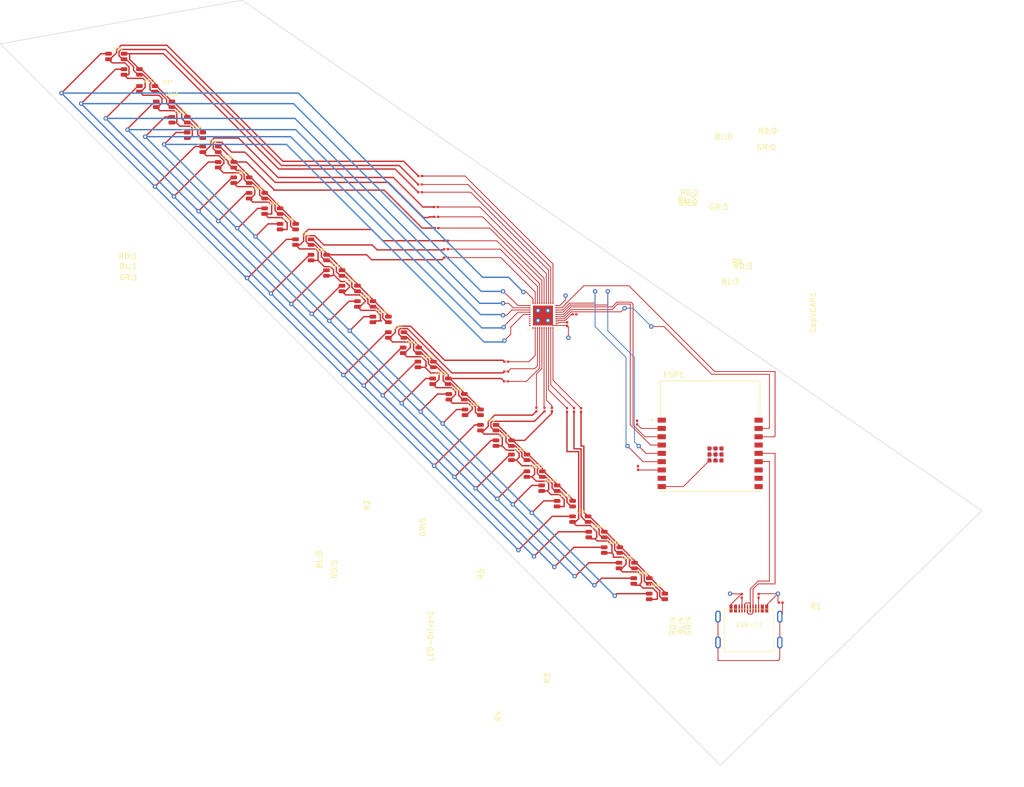
<source format=kicad_pcb>
(kicad_pcb (version 20221018) (generator pcbnew)
  (layers (0 "F.Cu" signal) (1 "In1.Cu" power "GND") (2 "In2.Cu" power "+5V") (31 "B.Cu" signal) (34 "B.Paste" user) (35 "F.Paste" user) (36 "B.SilkS" user "B.Silkscreen") (37 "F.SilkS" user "F.Silkscreen") (38 "B.Mask" user) (39 "F.Mask" user) (44 "Edge.Cuts" user))
  (net 0 "")
  (net 1 "CS1")
  (net 2 "Net-(LED-Driver1-CS1)")
  (net 3 "CS4")
  (net 4 "Net-(LED-Driver1-CS4)")
  (net 5 "CS7")
  (net 6 "Net-(LED-Driver1-CS7)")
  (net 7 "CS10")
  (net 8 "Net-(LED-Driver1-CS10)")
  (net 9 "CS13")
  (net 10 "Net-(LED-Driver1-CS13)")
  (net 11 "CS16")
  (net 12 "Net-(LED-Driver1-CS16)")
  (net 13 "Net-(LED-Driver1-VCAP)")
  (net 14 "GND")
  (net 15 "+3.3V")
  (net 16 "Net-(ESP1-EN)")
  (net 17 "MOSI")
  (net 18 "SCLK")
  (net 19 "MISO")
  (net 20 "SS")
  (net 21 "Net-(ESP1-IO8)")
  (net 26 "D-")
  (net 27 "D+")
  (net 29 "VIO_EN")
  (net 30 "VSYNC")
  (net 32 "CS2")
  (net 33 "Net-(LED-Driver1-CS2)")
  (net 34 "CS5")
  (net 35 "Net-(LED-Driver1-CS5)")
  (net 36 "CS8")
  (net 37 "Net-(LED-Driver1-CS8)")
  (net 38 "CS11")
  (net 39 "Net-(LED-Driver1-CS11)")
  (net 40 "CS14")
  (net 41 "Net-(LED-Driver1-CS14)")
  (net 42 "CS17")
  (net 43 "Net-(LED-Driver1-CS17)")
  (net 44 "Net-(LED-Driver1-CS0)")
  (net 45 "Net-(LED-Driver1-CS3)")
  (net 46 "Net-(LED-Driver1-CS6)")
  (net 47 "SWO<-->LED(0-5)")
  (net 48 "SW1<-->LED(6-11)")
  (net 49 "SW2<-->LED(12-17)")
  (net 50 "SW3<-->LED(18-23)")
  (net 51 "SW4<-->LED(24-29)")
  (net 52 "SW5<-->LED(30-35)")
  (net 53 "+5V")
  (net 59 "Net-(LED-Driver1-CS9)")
  (net 60 "Net-(LED-Driver1-CS12)")
  (net 61 "Net-(LED-Driver1-CS15)")
  (net 62 "Net-(LED-Driver1-IFS)")
  (net 63 "CS0")
  (net 64 "CS3")
  (net 65 "CS6")
  (net 66 "CS9")
  (net 67 "CS12")
  (net 68 "CS15")
  (net 69 "Net-(USB-C1-SHIELD)")
  (net 70 "Net-(USB-C1-CC1)")
  (net 71 "Net-(USB-C1-CC2)")
  (footprint "FanbladeFootprints:WL-SFCW SMT Full-color Chip LED" (layer "F.Cu") (at 95.758 89.646)
    (fp_text reference "LED22")
    (fp_text value "~")
  )
  (footprint "FanbladeFootprints:WL-SFCW SMT Full-color Chip LED" (layer "F.Cu") (at 121.028 114.546)
    (fp_text reference "LED6")
    (fp_text value "~")
  )
  (footprint "FanbladeFootprints:WL-SFCW SMT Full-color Chip LED" (layer "F.Cu") (at 123.952 117.332)
    (fp_text reference "LED12")
    (fp_text value "~")
  )
  (footprint "Resistor_SMD:R_0201_0603Metric" (layer "F.Cu") (at 96.774 65.786)
    (fp_text reference "BL:2")
    (fp_text value "10K")
  )
  (footprint "FanbladeFootprints:WL-SFCW SMT Full-color Chip LED" (layer "F.Cu") (at 109.982 103.378)
    (fp_text reference "LED17")
    (fp_text value "~")
  )
  (footprint "FanbladeFootprints:WL-SFCW SMT Full-color Chip LED" (layer "F.Cu") (at 37.208 30.98)
    (fp_text reference "LED1")
    (fp_text value "~")
  )
  (footprint "FanbladeFootprints:WL-SFCW SMT Full-color Chip LED" (layer "F.Cu") (at 98.676 92.448)
    (fp_text reference "LED28")
    (fp_text value "~")
  )
  (footprint "Resistor_SMD:R_0201_0603Metric" (layer "F.Cu") (at 107.605 89.662)
    (fp_text reference "GR:3")
    (fp_text value "10K")
  )
  (footprint "Resistor_SMD:R_0201_0603Metric" (layer "F.Cu") (at 115.89 94.742 90)
    (fp_text reference "GR:4")
    (fp_text value "10K")
  )
  (footprint "FanbladeFootprints:WL-SFCW SMT Full-color Chip LED" (layer "F.Cu") (at 104.394 98.028)
    (fp_text reference "LED5")
    (fp_text value "~")
  )
  (footprint "Resistor_SMD:R_0201_0603Metric" (layer "F.Cu") (at 96.774 64.262)
    (fp_text reference "RD:2")
    (fp_text value "10K")
  )
  (footprint "FanbladeFootprints:WL-SFCW SMT Full-color Chip LED" (layer "F.Cu") (at 45.844 39.616)
    (fp_text reference "LED19")
    (fp_text value "~")
  )
  (footprint "Resistor_SMD:R_0201_0603Metric" (layer "F.Cu") (at 119.992 77.552 180)
    (fp_text reference "R6")
    (fp_text value "4.7K")
  )
  (footprint "FanbladeFootprints:WL-SFCW SMT Full-color Chip LED" (layer "F.Cu") (at 93.088 86.606)
    (fp_text reference "LED16")
    (fp_text value "~")
  )
  (footprint "FanbladeFootprints:QFN-40_EP_4.85x5.15_Pitch0.4mm" (layer "F.Cu") (at 114.284 77.77 -90)
    (fp_text reference "LED-Driver1")
    (fp_text value "~")
  )
  (footprint "Resistor_SMD:R_0201_0603Metric" (layer "F.Cu") (at 107.63 87.884)
    (fp_text reference "BL:3")
    (fp_text value "10K")
  )
  (footprint "Resistor_SMD:R_0201_0603Metric" (layer "F.Cu") (at 119.888 94.808 90)
    (fp_text reference "BL:5")
    (fp_text value "10K")
  )
  (footprint "Resistor_SMD:R_0201_0603Metric" (layer "F.Cu") (at 150.184 128.4065 -90)
    (fp_text reference "R3")
    (fp_text value "5.11K")
  )
  (footprint "FanbladeFootprints:WL-SFCW SMT Full-color Chip LED" (layer "F.Cu") (at 79.372 72.89)
    (fp_text reference "LED21")
    (fp_text value "~")
  )
  (footprint "Resistor_SMD:R_0201_0603Metric" (layer "F.Cu") (at 114.554 94.742 90)
    (fp_text reference "BL:4")
    (fp_text value "10K")
  )
  (footprint "FanbladeFootprints:WL-SFCW SMT Full-color Chip LED" (layer "F.Cu") (at 42.796 36.822)
    (fp_text reference "LED13")
    (fp_text value "~")
  )
  (footprint "FanbladeFootprints:WL-SFCW SMT Full-color Chip LED" (layer "F.Cu") (at 132.08 125.714)
    (fp_text reference "LED30")
    (fp_text value "~")
  )
  (footprint "FanbladeFootprints:WL-SFCW SMT Full-color Chip LED" (layer "F.Cu") (at 59.814 53.332)
    (fp_text reference "LED14")
    (fp_text value "~")
  )
  (footprint "FanbladeFootprints:WL-SFCW SMT Full-color Chip LED" (layer "F.Cu") (at 118.234 111.752)
    (fp_text reference "LED35")
    (fp_text value "~")
  )
  (footprint "FanbladeFootprints:WL-SFCW SMT Full-color Chip LED" (layer "F.Cu") (at 65.402 58.92)
    (fp_text reference "LED26")
    (fp_text value "~")
  )
  (footprint "FanbladeFootprints:WL-SFCW SMT Full-color Chip LED" (layer "F.Cu") (at 48.638 42.41)
    (fp_text reference "LED25")
    (fp_text value "~")
  )
  (footprint "FanbladeFootprints:WL-SFCW SMT Full-color Chip LED" (layer "F.Cu") (at 107.188 100.822)
    (fp_text reference "LED11")
    (fp_text value "~")
  )
  (footprint "Resistor_SMD:R_0201_0603Metric" (layer "F.Cu") (at 96.774 67.31)
    (fp_text reference "GR:2")
    (fp_text value "10K")
  )
  (footprint "FanbladeFootprints:WL-SFCW SMT Full-color Chip LED" (layer "F.Cu") (at 54.226 47.744)
    (fp_text reference "LED2")
    (fp_text value "~")
  )
  (footprint "Resistor_SMD:R_0201_0603Metric" (layer "F.Cu") (at 107.63 86.106)
    (fp_text reference "RD:3")
    (fp_text value "10K")
  )
  (footprint "Resistor_SMD:R_0201_0603Metric" (layer "F.Cu") (at 131.2835 97.11 -90)
    (fp_text reference "R2")
    (fp_text value "10K")
  )
  (footprint "FanbladeFootprints:TYPE-C-31-M-14" (layer "F.Cu") (at 151.474 135.7925)
    (fp_text reference "USB-C1")
    (fp_text value "USB_C_Receptacle_USB2.0")
  )
  (footprint "FanbladeFootprints:WL-SFCW SMT Full-color Chip LED" (layer "F.Cu") (at 82.166 75.684)
    (fp_text reference "LED27")
    (fp_text value "~")
  )
  (footprint "FanbladeFootprints:MODULE_ESP32-C3-WROOM-02-H4" (layer "F.Cu") (at 144.4805 99.568)
    (fp_text reference "ESP1")
    (fp_text value "ESP32-C3-WROOM-02-N4")
  )
  (footprint "Resistor_SMD:R_0201_0603Metric" (layer "F.Cu") (at 92.111 52.578)
    (fp_text reference "RD:0")
    (fp_text value "10K")
  )
  (footprint "FanbladeFootprints:WL-SFCW SMT Full-color Chip LED" (layer "F.Cu") (at 112.776 106.41)
    (fp_text reference "LED23")
    (fp_text value "~")
  )
  (footprint "FanbladeFootprints:WL-SFCW SMT Full-color Chip LED" (layer "F.Cu") (at 73.784 67.302)
    (fp_text reference "LED9")
    (fp_text value "~")
  )
  (footprint "FanbladeFootprints:WL-SFCW SMT Full-color Chip LED" (layer "F.Cu") (at 129.41 122.928)
    (fp_text reference "LED24")
    (fp_text value "~")
  )
  (footprint "FanbladeFootprints:WL-SFCW SMT Full-color Chip LED" (layer "F.Cu") (at 76.578 70.096)
    (fp_text reference "LED15")
    (fp_text value "~")
  )
  (footprint "FanbladeFootprints:WL-SFCW SMT Full-color Chip LED" (layer "F.Cu") (at 90.424 84.058)
    (fp_text reference "LED10")
    (fp_text value "~")
  )
  (footprint "FanbladeFootprints:WL-SFCW SMT Full-color Chip LED" (layer "F.Cu") (at 126.746 120.142)
    (fp_text reference "LED18")
    (fp_text value "~")
  )
  (footprint "FanbladeFootprints:WL-SFCW SMT Full-color Chip LED" (layer "F.Cu") (at 101.6 95.25)
    (fp_text reference "LED34")
    (fp_text value "~")
  )
  (footprint "Resistor_SMD:R_0201_0603Metric" (layer "F.Cu") (at 118.618 94.833 90)
    (fp_text reference "RD:5")
    (fp_text value "10K")
  )
  (footprint "Resistor_SMD:R_0201_0603Metric" (layer "F.Cu") (at 113.096 94.742 90)
    (fp_text reference "RD:4")
    (fp_text value "10K")
  )
  (footprint "Resistor_SMD:R_0201_0603Metric" (layer "F.Cu") (at 157.226 129.631 180)
    (fp_text reference "R1")
    (fp_text value "1M")
  )
  (footprint "FanbladeFootprints:WL-SFCW SMT Full-color Chip LED" (layer "F.Cu") (at 51.432 45.204)
    (fp_text reference "LED31")
    (fp_text value "~")
  )
  (footprint "Resistor_SMD:R_0201_0603Metric" (layer "F.Cu") (at 92.075 54.102)
    (fp_text reference "BL:0")
    (fp_text value "10K")
  )
  (footprint "FanbladeFootprints:WL-SFCW SMT Full-color Chip LED" (layer "F.Cu") (at 62.608 56.126)
    (fp_text reference "LED20")
    (fp_text value "~")
  )
  (footprint "FanbladeFootprints:WL-SFCW SMT Full-color Chip LED" (layer "F.Cu") (at 87.754 81.28)
    (fp_text reference "LED4")
    (fp_text value "~")
  )
  (footprint "FanbladeFootprints:WL-SFCW SMT Full-color Chip LED" (layer "F.Cu") (at 57.02 50.538)
    (fp_text reference "LED8")
    (fp_text value "~")
  )
  (footprint "FanbladeFootprints:WL-SFCW SMT Full-color Chip LED" (layer "F.Cu") (at 68.196 61.714)
    (fp_text reference "LED32")
    (fp_text value "~")
  )
  (footprint "Capacitor_SMD:C_0201_0603Metric" (layer "F.Cu") (at 118.656 79.33 -90)
    (fp_text reference "CapVCAP1")
    (fp_text value "1uF")
  )
  (footprint "FanbladeFootprints:WL-SFCW SMT Full-color Chip LED" (layer "F.Cu") (at 84.96 78.478)
    (fp_text reference "LED33")
    (fp_text value "~")
  )
  (footprint "FanbladeFootprints:WL-SFCW SMT Full-color Chip LED" (layer "F.Cu") (at 70.99 64.508)
    (fp_text reference "LED3")
    (fp_text value "~")
  )
  (footprint "FanbladeFootprints:WL-SFCW SMT Full-color Chip LED" (layer "F.Cu") (at 134.874 128.508)
    (fp_text reference "LED36")
    (fp_text value "~")
  )
  (footprint "Resistor_SMD:R_0201_0603Metric" (layer "F.Cu") (at 95.062 61.976)
    (fp_text reference "GR:1")
    (fp_text value "10K")
  )
  (footprint "Resistor_SMD:R_0201_0603Metric" (layer "F.Cu") (at 94.996 59.944)
    (fp_text reference "BL:1")
    (fp_text value "10K")
  )
  (footprint "Resistor_SMD:R_0201_0603Metric" (layer "F.Cu") (at 153.232 128.4065 -90)
    (fp_text reference "R4")
    (fp_text value "5.11K")
  )
  (footprint "Resistor_SMD:R_0201_0603Metric" (layer "F.Cu") (at 92.075 55.499)
    (fp_text reference "GR:0")
    (fp_text value "10K")
  )
  (footprint "FanbladeFootprints:WL-SFCW SMT Full-color Chip LED" (layer "F.Cu") (at 40.002 33.774)
    (fp_text reference "LED7")
    (fp_text value "~")
  )
  (footprint "Resistor_SMD:R_0201_0603Metric" (layer "F.Cu") (at 131.4465 105.304 90)
    (fp_text reference "R5")
    (fp_text value "10K")
  )
  (footprint "Resistor_SMD:R_0201_0603Metric" (layer "F.Cu") (at 121.158 94.833 90)
    (fp_text reference "GR:5")
    (fp_text value "10K")
  )
  (footprint "FanbladeFootprints:WL-SFCW SMT Full-color Chip LED" (layer "F.Cu") (at 115.44 108.958)
    (fp_text reference "LED29")
    (fp_text value "~")
  )
  (footprint "Resistor_SMD:R_0201_0603Metric" (layer "F.Cu") (at 94.93 58.166)
    (fp_text reference "RD:1")
    (fp_text value "10K")
  )
  (gr_line (start 16.256 28.702) (end 146.304 159.004) (stroke (width 0.1)) (layer "Edge.Cuts"))
  (gr_line (start 59.944 20.828) (end 193.548 113.03) (stroke (width 0.1)) (layer "Edge.Cuts"))
  (gr_line (start 193.548 113.03) (end 146.304 159.004) (stroke (width 0.1)) (layer "Edge.Cuts"))
  (gr_line (start 16.256 28.702) (end 59.944 20.828) (stroke (width 0.1)) (layer "Edge.Cuts"))
  (segment (start 38.608 31.48) (end 38.999888 31.48) (width 0.25) (layer "F.Cu") (net 1))
  (segment (start 88.326 50.673) (end 91.755 54.102) (width 0.25) (layer "F.Cu") (net 1))
  (segment (start 41.123177 34.274) (end 41.402 34.274) (width 0.25) (layer "F.Cu") (net 1))
  (segment (start 37.703 30.106177) (end 38.091177 29.718) (width 0.25) (layer "F.Cu") (net 1))
  (segment (start 50.038 42.91) (end 50.506823 42.91) (width 0.25) (layer "F.Cu") (net 1))
  (segment (start 50.506823 42.91) (end 51.927 44.330177) (width 0.25) (layer "F.Cu") (net 1))
  (segment (start 47.244 40.116) (end 47.736 40.116) (width 0.25) (layer "F.Cu") (net 1))
  (segment (start 38.091177 29.718) (end 46.101 29.718) (width 0.25) (layer "F.Cu") (net 1))
  (segment (start 43.291 35.948177) (end 43.291 36.941) (width 0.25) (layer "F.Cu") (net 1))
  (segment (start 44.196 37.322) (end 44.866711 37.322) (width 0.25) (layer "F.Cu") (net 1))
  (segment (start 37.703 30.853823) (end 37.703 30.106177) (width 0.25) (layer "F.Cu") (net 1))
  (segment (start 43.672 37.322) (end 44.196 37.322) (width 0.25) (layer "F.Cu") (net 1))
  (segment (start 67.056 50.673) (end 88.326 50.673) (width 0.25) (layer "F.Cu") (net 1))
  (segment (start 49.022 41.402) (end 49.022 42.172823) (width 0.25) (layer "F.Cu") (net 1))
  (segment (start 42.072711 34.274) (end 43.518944 35.720233) (width 0.25) (layer "F.Cu") (net 1))
  (segment (start 43.291 36.941) (end 43.672 37.322) (width 0.25) (layer "F.Cu") (net 1))
  (segment (start 46.317356 39.468179) (end 46.965177 40.116) (width 0.25) (layer "F.Cu") (net 1))
  (segment (start 52.553177 45.704) (end 52.832 45.704) (width 0.25) (layer "F.Cu") (net 1))
  (segment (start 43.518944 35.720233) (end 43.291 35.948177) (width 0.25) (layer "F.Cu") (net 1))
  (segment (start 49.022 42.172823) (end 49.759177 42.91) (width 0.25) (layer "F.Cu") (net 1))
  (segment (start 40.335944 32.816056) (end 40.335944 33.486767) (width 0.25) (layer "F.Cu") (net 1))
  (segment (start 46.101 29.718) (end 67.056 50.673) (width 0.25) (layer "F.Cu") (net 1))
  (segment (start 40.335944 33.486767) (end 41.123177 34.274) (width 0.25) (layer "F.Cu") (net 1))
  (segment (start 46.965177 40.116) (end 47.244 40.116) (width 0.25) (layer "F.Cu") (net 1))
  (segment (start 46.317356 38.772645) (end 46.317356 39.468179) (width 0.25) (layer "F.Cu") (net 1))
  (segment (start 38.608 31.48) (end 38.329177 31.48) (width 0.25) (layer "F.Cu") (net 1))
  (segment (start 38.329177 31.48) (end 37.703 30.853823) (width 0.25) (layer "F.Cu") (net 1))
  (segment (start 47.736 40.116) (end 49.022 41.402) (width 0.25) (layer "F.Cu") (net 1))
  (segment (start 44.866711 37.322) (end 46.317356 38.772645) (width 0.25) (layer "F.Cu") (net 1))
  (segment (start 38.999888 31.48) (end 40.335944 32.816056) (width 0.25) (layer "F.Cu") (net 1))
  (segment (start 51.927 44.330177) (end 51.927 45.077823) (width 0.25) (layer "F.Cu") (net 1))
  (segment (start 49.759177 42.91) (end 50.038 42.91) (width 0.25) (layer "F.Cu") (net 1))
  (segment (start 51.927 45.077823) (end 52.553177 45.704) (width 0.25) (layer "F.Cu") (net 1))
  (segment (start 41.402 34.274) (end 42.072711 34.274) (width 0.25) (layer "F.Cu") (net 1))
  (segment (start 100.711 54.102) (end 115.684 69.075) (width 0.15) (layer "F.Cu") (net 2))
  (segment (start 92.395 54.102) (end 100.711 54.102) (width 0.15) (layer "F.Cu") (net 2))
  (segment (start 115.684 69.075) (end 115.684 75.52) (width 0.15) (layer "F.Cu") (net 2))
  (segment (start 63.729177 56.626) (end 64.008 56.626) (width 0.25) (layer "F.Cu") (net 3))
  (segment (start 67.472711 59.42) (end 68.691 60.638289) (width 0.25) (layer "F.Cu") (net 3))
  (segment (start 68.691 60.638289) (end 68.691 61.587823) (width 0.25) (layer "F.Cu") (net 3))
  (segment (start 86.36 53.721) (end 92.71 60.071) (width 0.25) (layer "F.Cu") (net 3))
  (segment (start 57.404 49.935065) (end 57.404 50.300823) (width 0.25) (layer "F.Cu") (net 3))
  (segment (start 64.008 56.626) (end 64.678711 56.626) (width 0.25) (layer "F.Cu") (net 3))
  (segment (start 63.103 55.050289) (end 63.103 55.999823) (width 0.25) (layer "F.Cu") (net 3))
  (segment (start 92.71 60.071) (end 93.599 60.071) (width 0.25) (layer "F.Cu") (net 3))
  (segment (start 65.897 58.793823) (end 66.523177 59.42) (width 0.25) (layer "F.Cu") (net 3))
  (segment (start 63.103 55.999823) (end 63.729177 56.626) (width 0.25) (layer "F.Cu") (net 3))
  (segment (start 54.721 46.512244) (end 54.751244 46.482) (width 0.25) (layer "F.Cu") (net 3))
  (segment (start 64.678711 56.626) (end 65.897 57.844289) (width 0.25) (layer "F.Cu") (net 3))
  (segment (start 54.751244 46.482) (end 56.256 46.482) (width 0.25) (layer "F.Cu") (net 3))
  (segment (start 68.691 61.587823) (end 69.317177 62.214) (width 0.25) (layer "F.Cu") (net 3))
  (segment (start 54.721 47.617823) (end 54.721 46.512244) (width 0.25) (layer "F.Cu") (net 3))
  (segment (start 60.935177 53.832) (end 61.214 53.832) (width 0.25) (layer "F.Cu") (net 3))
  (segment (start 60.452 48.26) (end 65.913 53.721) (width 0.25) (layer "F.Cu") (net 3))
  (segment (start 93.599 60.071) (end 93.726 59.944) (width 0.25) (layer "F.Cu") (net 3))
  (segment (start 61.884711 53.832) (end 63.103 55.050289) (width 0.25) (layer "F.Cu") (net 3))
  (segment (start 55.626 48.244) (end 55.712935 48.244) (width 0.25) (layer "F.Cu") (net 3))
  (segment (start 66.523177 59.42) (end 66.802 59.42) (width 0.25) (layer "F.Cu") (net 3))
  (segment (start 58.141177 51.038) (end 58.42 51.038) (width 0.25) (layer "F.Cu") (net 3))
  (segment (start 55.712935 48.244) (end 57.404 49.935065) (width 0.25) (layer "F.Cu") (net 3))
  (segment (start 65.913 53.721) (end 86.36 53.721) (width 0.25) (layer "F.Cu") (net 3))
  (segment (start 60.309 52.256289) (end 60.309 53.205823) (width 0.25) (layer "F.Cu") (net 3))
  (segment (start 59.614711 51.562) (end 60.309 52.256289) (width 0.25) (layer "F.Cu") (net 3))
  (segment (start 55.626 48.244) (end 55.347177 48.244) (width 0.25) (layer "F.Cu") (net 3))
  (segment (start 58.034 48.26) (end 60.452 48.26) (width 0.25) (layer "F.Cu") (net 3))
  (segment (start 56.256 46.482) (end 58.034 48.26) (width 0.25) (layer "F.Cu") (net 3))
  (segment (start 60.309 53.205823) (end 60.935177 53.832) (width 0.25) (layer "F.Cu") (net 3))
  (segment (start 58.944 51.562) (end 59.614711 51.562) (width 0.25) (layer "F.Cu") (net 3))
  (segment (start 61.214 53.832) (end 61.884711 53.832) (width 0.25) (layer "F.Cu") (net 3))
  (segment (start 66.802 59.42) (end 67.472711 59.42) (width 0.25) (layer "F.Cu") (net 3))
  (segment (start 65.897 57.844289) (end 65.897 58.793823) (width 0.25) (layer "F.Cu") (net 3))
  (segment (start 58.42 51.038) (end 58.944 51.562) (width 0.25) (layer "F.Cu") (net 3))
  (segment (start 69.317177 62.214) (end 69.596 62.214) (width 0.25) (layer "F.Cu") (net 3))
  (segment (start 55.347177 48.244) (end 54.721 47.617823) (width 0.25) (layer "F.Cu") (net 3))
  (segment (start 93.726 59.944) (end 94.676 59.944) (width 0.25) (layer "F.Cu") (net 3))
  (segment (start 57.404 50.300823) (end 58.141177 51.038) (width 0.25) (layer "F.Cu") (net 3))
  (segment (start 114.484 71.05) (end 114.484 75.52) (width 0.15) (layer "F.Cu") (net 4))
  (segment (start 95.316 59.944) (end 103.378 59.944) (width 0.15) (layer "F.Cu") (net 4))
  (segment (start 103.378 59.944) (end 114.484 71.05) (width 0.15) (layer "F.Cu") (net 4))
  (segment (start 83.439 65.024) (end 84.328 65.913) (width 0.25) (layer "F.Cu") (net 5))
  (segment (start 72.39 65.008) (end 73.060711 65.008) (width 0.25) (layer "F.Cu") (net 5))
  (segment (start 85.344 77.47) (end 85.344 78.240823) (width 0.25) (layer "F.Cu") (net 5))
  (segment (start 84.058 76.184) (end 85.344 77.47) (width 0.25) (layer "F.Cu") (net 5))
  (segment (start 83.287177 76.184) (end 83.566 76.184) (width 0.25) (layer "F.Cu") (net 5))
  (segment (start 71.485 64.381823) (end 71.485 63.389) (width 0.25) (layer "F.Cu") (net 5))
  (segment (start 74.905177 67.802) (end 75.184 67.802) (width 0.25) (layer "F.Cu") (net 5))
  (segment (start 72.39 65.008) (end 72.111177 65.008) (width 0.25) (layer "F.Cu") (net 5))
  (segment (start 74.257356 66.204645) (end 74.257356 67.154179) (width 0.25) (layer "F.Cu") (net 5))
  (segment (start 73.03 63.353) (end 74.701 65.024) (width 0.25) (layer "F.Cu") (net 5))
  (segment (start 78.47 70.596) (end 79.756 71.882) (width 0.25) (layer "F.Cu") (net 5))
  (segment (start 74.257356 67.154179) (end 74.905177 67.802) (width 0.25) (layer "F.Cu") (net 5))
  (segment (start 79.756 71.882) (end 79.756 72.652823) (width 0.25) (layer "F.Cu") (net 5))
  (segment (start 86.081177 78.978) (end 86.36 78.978) (width 0.25) (layer "F.Cu") (net 5))
  (segment (start 71.485 63.389) (end 71.521 63.353) (width 0.25) (layer "F.Cu") (net 5))
  (segment (start 80.772 73.39) (end 81.240823 73.39) (width 0.25) (layer "F.Cu") (net 5))
  (segment (start 84.328 65.913) (end 96.327 65.913) (width 0.25) (layer "F.Cu") (net 5))
  (segment (start 75.676 67.802) (end 76.962 69.088) (width 0.25) (layer "F.Cu") (net 5))
  (segment (start 77.699177 70.596) (end 77.978 70.596) (width 0.25) (layer "F.Cu") (net 5))
  (segment (start 85.344 78.240823) (end 86.081177 78.978) (width 0.25) (layer "F.Cu") (net 5))
  (segment (start 80.493177 73.39) (end 80.772 73.39) (width 0.25) (layer "F.Cu") (net 5))
  (segment (start 73.060711 65.008) (end 74.257356 66.204645) (width 0.25) (layer "F.Cu") (net 5))
  (segment (start 77.978 70.596) (end 78.47 70.596) (width 0.25) (layer "F.Cu") (net 5))
  (segment (start 74.701 65.024) (end 83.439 65.024) (width 0.25) (layer "F.Cu") (net 5))
  (segment (start 83.566 76.184) (end 84.058 76.184) (width 0.25) (layer "F.Cu") (net 5))
  (segment (start 81.240823 73.39) (end 82.661 74.810177) (width 0.25) (layer "F.Cu") (net 5))
  (segment (start 76.962 69.088) (end 76.962 69.858823) (width 0.25) (layer "F.Cu") (net 5))
  (segment (start 71.521 63.353) (end 73.03 63.353) (width 0.25) (layer "F.Cu") (net 5))
  (segment (start 79.756 72.652823) (end 80.493177 73.39) (width 0.25) (layer "F.Cu") (net 5))
  (segment (start 76.962 69.858823) (end 77.699177 70.596) (width 0.25) (layer "F.Cu") (net 5))
  (segment (start 72.111177 65.008) (end 71.485 64.381823) (width 0.25) (layer "F.Cu") (net 5))
  (segment (start 82.661 75.557823) (end 83.287177 76.184) (width 0.25) (layer "F.Cu") (net 5))
  (segment (start 75.184 67.802) (end 75.676 67.802) (width 0.25) (layer "F.Cu") (net 5))
  (segment (start 82.661 74.810177) (end 82.661 75.557823) (width 0.25) (layer "F.Cu") (net 5))
  (segment (start 96.327 65.913) (end 96.454 65.786) (width 0.25) (layer "F.Cu") (net 5))
  (segment (start 106.553 65.786) (end 113.284 72.517) (width 0.15) (layer "F.Cu") (net 6))
  (segment (start 113.284 72.517) (end 113.284 75.52) (width 0.15) (layer "F.Cu") (net 6))
  (segment (start 97.094 65.786) (end 106.553 65.786) (width 0.15) (layer "F.Cu") (net 6))
  (segment (start 92.408823 84.558) (end 93.583 85.732177) (width 0.25) (layer "F.Cu") (net 7))
  (segment (start 96.482356 88.429645) (end 96.253 88.659001) (width 0.25) (layer "F.Cu") (net 7))
  (segment (start 89.824711 81.78) (end 91.017356 82.972645) (width 0.25) (layer "F.Cu") (net 7))
  (segment (start 107.056 88.138) (end 107.31 87.884) (width 0.25) (layer "F.Cu") (net 7))
  (segment (start 102.070356 95.221179) (end 102.599177 95.75) (width 0.25) (layer "F.Cu") (net 7))
  (segment (start 88.530177 80.125) (end 89.802 80.125) (width 0.25) (layer "F.Cu") (net 7))
  (segment (start 93.583 85.732177) (end 93.583 86.479823) (width 0.25) (layer "F.Cu") (net 7))
  (segment (start 88.249 80.406177) (end 88.530177 80.125) (width 0.25) (layer "F.Cu") (net 7))
  (segment (start 96.253 88.659001) (end 96.253 89.519823) (width 0.25) (layer "F.Cu") (net 7))
  (segment (start 88.875177 81.78) (end 88.249 81.153823) (width 0.25) (layer "F.Cu") (net 7))
  (segment (start 100.746711 92.948) (end 102.070356 94.271645) (width 0.25) (layer "F.Cu") (net 7))
  (segment (start 102.070356 94.271645) (end 102.070356 95.221179) (width 0.25) (layer "F.Cu") (net 7))
  (segment (start 99.06 91.44) (end 99.06 92.210823) (width 0.25) (layer "F.Cu") (net 7))
  (segment (start 96.253 89.519823) (end 96.879177 90.146) (width 0.25) (layer "F.Cu") (net 7))
  (segment (start 97.766 90.146) (end 99.06 91.44) (width 0.25) (layer "F.Cu") (net 7))
  (segment (start 89.154 81.78) (end 88.875177 81.78) (width 0.25) (layer "F.Cu") (net 7))
  (segment (start 89.802 80.125) (end 97.79 88.113) (width 0.25) (layer "F.Cu") (net 7))
  (segment (start 99.06 92.210823) (end 99.797177 92.948) (width 0.25) (layer "F.Cu") (net 7))
  (segment (start 93.583 86.479823) (end 94.209177 87.106) (width 0.25) (layer "F.Cu") (net 7))
  (segment (start 97.79 88.138) (end 107.056 88.138) (width 0.25) (layer "F.Cu") (net 7))
  (segment (start 91.824 84.558) (end 92.408823 84.558) (width 0.25) (layer "F.Cu") (net 7))
  (segment (start 88.249 81.153823) (end 88.249 80.406177) (width 0.25) (layer "F.Cu") (net 7))
  (segment (start 89.154 81.78) (end 89.824711 81.78) (width 0.25) (layer "F.Cu") (net 7))
  (segment (start 97.158 90.146) (end 97.766 90.146) (width 0.25) (layer "F.Cu") (net 7))
  (segment (start 102.599177 95.75) (end 103 95.75) (width 0.25) (layer "F.Cu") (net 7))
  (segment (start 94.209177 87.106) (end 94.488 87.106) (width 0.25) (layer "F.Cu") (net 7))
  (segment (start 91.017356 82.972645) (end 90.919 83.071001) (width 0.25) (layer "F.Cu") (net 7))
  (segment (start 100.076 92.948) (end 100.746711 92.948) (width 0.25) (layer "F.Cu") (net 7))
  (segment (start 99.797177 92.948) (end 100.076 92.948) (width 0.25) (layer "F.Cu") (net 7))
  (segment (start 94.488 87.106) (end 95.158711 87.106) (width 0.25) (layer "F.Cu") (net 7))
  (segment (start 96.879177 90.146) (end 97.158 90.146) (width 0.25) (layer "F.Cu") (net 7))
  (segment (start 90.919 83.071001) (end 90.919 84.061) (width 0.25) (layer "F.Cu") (net 7))
  (segment (start 97.79 88.113) (end 97.79 88.138) (width 0.25) (layer "F.Cu") (net 7))
  (segment (start 95.158711 87.106) (end 96.482356 88.429645) (width 0.25) (layer "F.Cu") (net 7))
  (segment (start 91.416 84.558) (end 91.824 84.558) (width 0.25) (layer "F.Cu") (net 7))
  (segment (start 90.919 84.061) (end 91.416 84.558) (width 0.25) (layer "F.Cu") (net 7))
  (segment (start 108.458 87.376) (end 107.95 87.884) (width 0.15) (layer "F.Cu") (net 8))
  (segment (start 113.284 86.868) (end 112.776 87.376) (width 0.15) (layer "F.Cu") (net 8))
  (segment (start 112.776 87.376) (end 108.458 87.376) (width 0.15) (layer "F.Cu") (net 8))
  (segment (start 113.284 80.02) (end 113.284 86.868) (width 0.15) (layer "F.Cu") (net 8))
  (segment (start 118.618 110.744) (end 118.618 111.514823) (width 0.25) (layer "F.Cu") (net 9))
  (segment (start 110.477 102.540289) (end 110.477 103.251823) (width 0.25) (layer "F.Cu") (net 9))
  (segment (start 114.760823 106.91) (end 115.935 108.084177) (width 0.25) (layer "F.Cu") (net 9))
  (segment (start 108.309177 101.322) (end 108.588 101.322) (width 0.25) (layer "F.Cu") (net 9))
  (segment (start 113.897177 106.91) (end 114.176 106.91) (width 0.25) (layer "F.Cu") (net 9))
  (segment (start 111.382 103.878) (end 112.006 103.878) (width 0.25) (layer "F.Cu") (net 9))
  (segment (start 116.445177 109.458) (end 116.84 109.458) (width 0.25) (layer "F.Cu") (net 9))
  (segment (start 107.600356 100.613179) (end 108.309177 101.322) (width 0.25) (layer "F.Cu") (net 9))
  (segment (start 105.794 98.528) (end 105.515177 98.528) (width 0.25) (layer "F.Cu") (net 9))
  (segment (start 112.743 96.873) (end 114.554 95.062) (width 0.25) (layer "F.Cu") (net 9))
  (segment (start 106.464711 98.528) (end 107.600356 99.663645) (width 0.25) (layer "F.Cu") (net 9))
  (segment (start 105.515177 98.528) (end 104.889 97.901823) (width 0.25) (layer "F.Cu") (net 9))
  (segment (start 119.355177 112.252) (end 119.634 112.252) (width 0.25) (layer "F.Cu") (net 9))
  (segment (start 104.889 97.041) (end 105.057 96.873) (width 0.25) (layer "F.Cu") (net 9))
  (segment (start 105.794 98.528) (end 106.464711 98.528) (width 0.25) (layer "F.Cu") (net 9))
  (segment (start 105.057 96.873) (end 112.743 96.873) (width 0.25) (layer "F.Cu") (net 9))
  (segment (start 115.935 108.084177) (end 115.935 108.947823) (width 0.25) (layer "F.Cu") (net 9))
  (segment (start 113.467589 105.339589) (end 113.271 105.536177) (width 0.25) (layer "F.Cu") (net 9))
  (segment (start 116.84 109.458) (end 117.332 109.458) (width 0.25) (layer "F.Cu") (net 9))
  (segment (start 104.889 97.901823) (end 104.889 97.041) (width 0.25) (layer "F.Cu") (net 9))
  (segment (start 108.588 101.322) (end 109.258711 101.322) (width 0.25) (layer "F.Cu") (net 9))
  (segment (start 113.271 106.283823) (end 113.897177 106.91) (width 0.25) (layer "F.Cu") (net 9))
  (segment (start 110.477 103.251823) (end 111.103177 103.878) (width 0.25) (layer "F.Cu") (net 9))
  (segment (start 109.258711 101.322) (end 110.477 102.540289) (width 0.25) (layer "F.Cu") (net 9))
  (segment (start 118.618 111.514823) (end 119.355177 112.252) (width 0.25) (layer "F.Cu") (net 9))
  (segment (start 114.176 106.91) (end 114.760823 106.91) (width 0.25) (layer "F.Cu") (net 9))
  (segment (start 117.332 109.458) (end 118.618 110.744) (width 0.25) (layer "F.Cu") (net 9))
  (segment (start 111.103177 103.878) (end 111.382 103.878) (width 0.25) (layer "F.Cu") (net 9))
  (segment (start 115.935 108.947823) (end 116.445177 109.458) (width 0.25) (layer "F.Cu") (net 9))
  (segment (start 107.600356 99.663645) (end 107.600356 100.613179) (width 0.25) (layer "F.Cu") (net 9))
  (segment (start 113.271 105.536177) (end 113.271 106.283823) (width 0.25) (layer "F.Cu") (net 9))
  (segment (start 112.006 103.878) (end 113.467589 105.339589) (width 0.25) (layer "F.Cu") (net 9))
  (segment (start 114.554 94.422) (end 114.484 94.352) (width 0.15) (layer "F.Cu") (net 10))
  (segment (start 114.484 94.352) (end 114.484 80.02) (width 0.15) (layer "F.Cu") (net 10))
  (segment (start 121.158 101.854) (end 119.888 101.854) (width 0.25) (layer "F.Cu") (net 11))
  (segment (start 128.77 120.642) (end 130.043589 121.915589) (width 0.25) (layer "F.Cu") (net 11))
  (segment (start 134.088 126.214) (end 135.382 127.508) (width 0.25) (layer "F.Cu") (net 11))
  (segment (start 135.369 127.521) (end 135.369 128.511) (width 0.25) (layer "F.Cu") (net 11))
  (segment (start 129.905 122.054177) (end 129.905 123.047) (width 0.25) (layer "F.Cu") (net 11))
  (segment (start 129.905 123.047) (end 130.286 123.428) (width 0.25) (layer "F.Cu") (net 11))
  (segment (start 133.072 126.214) (end 133.48 126.214) (width 0.25) (layer "F.Cu") (net 11))
  (segment (start 122.149177 115.046) (end 121.158 114.054823) (width 0.25) (layer "F.Cu") (net 11))
  (segment (start 130.81 123.428) (end 131.480711 123.428) (width 0.25) (layer "F.Cu") (net 11))
  (segment (start 122.428 115.046) (end 123.098711 115.046) (width 0.25) (layer "F.Cu") (net 11))
  (segment (start 130.286 123.428) (end 130.81 123.428) (width 0.25) (layer "F.Cu") (net 11))
  (segment (start 124.422356 117.319179) (end 124.935177 117.832) (width 0.25) (layer "F.Cu") (net 11))
  (segment (start 133.48 126.214) (end 134.088 126.214) (width 0.25) (layer "F.Cu") (net 11))
  (segment (start 124.422356 116.369645) (end 124.422356 117.319179) (width 0.25) (layer "F.Cu") (net 11))
  (segment (start 132.575 124.727001) (end 132.575 125.717) (width 0.25) (layer "F.Cu") (net 11))
  (segment (start 127.254 119.126) (end 127.241 119.139) (width 0.25) (layer "F.Cu") (net 11))
  (segment (start 132.575 125.717) (end 133.072 126.214) (width 0.25) (layer "F.Cu") (net 11))
  (segment (start 132.677356 124.624645) (end 132.575 124.727001) (width 0.25) (layer "F.Cu") (net 11))
  (segment (start 121.158 114.054823) (end 121.158 101.854) (width 0.25) (layer "F.Cu") (net 11))
  (segment (start 122.428 115.046) (end 122.149177 115.046) (width 0.25) (layer "F.Cu") (net 11))
  (segment (start 124.935177 117.832) (end 125.352 117.832) (width 0.25) (layer "F.Cu") (net 11))
  (segment (start 130.043589 121.915589) (end 129.905 122.054177) (width 0.25) (layer "F.Cu") (net 11))
  (segment (start 125.352 117.832) (end 125.96 117.832) (width 0.25) (layer "F.Cu") (net 11))
  (segment (start 131.480711 123.428) (end 132.677356 124.624645) (width 0.25) (layer "F.Cu") (net 11))
  (segment (start 135.369 128.511) (end 135.866 129.008) (width 0.25) (layer "F.Cu") (net 11))
  (segment (start 127.241 120.129) (end 127.754 120.642) (width 0.25) (layer "F.Cu") (net 11))
  (segment (start 127.754 120.642) (end 128.146 120.642) (width 0.25) (layer "F.Cu") (net 11))
  (segment (start 119.888 101.854) (end 119.888 95.128) (width 0.25) (layer "F.Cu") (net 11))
  (segment (start 128.146 120.642) (end 128.77 120.642) (width 0.25) (layer "F.Cu") (net 11))
  (segment (start 125.96 117.832) (end 127.254 119.126) (width 0.25) (layer "F.Cu") (net 11))
  (segment (start 123.098711 115.046) (end 124.422356 116.369645) (width 0.25) (layer "F.Cu") (net 11))
  (segment (start 127.241 119.139) (end 127.241 120.129) (width 0.25) (layer "F.Cu") (net 11))
  (segment (start 135.866 129.008) (end 136.274 129.008) (width 0.25) (layer "F.Cu") (net 11))
  (segment (start 135.382 127.508) (end 135.369 127.521) (width 0.25) (layer "F.Cu") (net 11))
  (segment (start 115.684 80.02) (end 115.684 90.284) (width 0.15) (layer "F.Cu") (net 12))
  (segment (start 115.684 90.284) (end 119.888 94.488) (width 0.15) (layer "F.Cu") (net 12))
  (segment (start 118.656 79.01) (end 117.169 79.01) (width 0.15) (layer "F.Cu") (net 13))
  (segment (start 117.009 79.17) (end 116.684 79.17) (width 0.15) (layer "F.Cu") (net 13))
  (segment (start 117.169 79.01) (end 117.009 79.17) (width 0.15) (layer "F.Cu") (net 13))
  (segment (start 144.3405 101.768) (end 144.3405 102.318) (width 0.15) (layer "F.Cu") (net 14))
  (segment (start 118.576 79.57) (end 116.684 79.57) (width 0.15) (layer "F.Cu") (net 14))
  (segment (start 145.4405 102.868) (end 144.8905 102.868) (width 0.15) (layer "F.Cu") (net 14))
  (segment (start 156.718 128.016) (end 154.849 129.885) (width 0.15) (layer "F.Cu") (net 14))
  (segment (start 144.3405 102.868) (end 144.8905 102.868) (width 0.15) (layer "F.Cu") (net 14))
  (segment (start 144.3405 102.868) (end 144.3405 102.318) (width 0.15) (layer "F.Cu") (net 14))
  (segment (start 118.872 79.866) (end 118.656 79.65) (width 0.15) (layer "F.Cu") (net 14))
  (segment (start 145.4405 102.868) (end 145.9905 102.868) (width 0.15) (layer "F.Cu") (net 14))
  (segment (start 145.4405 103.968) (end 145.9905 103.968) (width 0.15) (layer "F.Cu") (net 14))
  (segment (start 118.872 81.788) (end 118.872 79.866) (width 0.15) (layer "F.Cu") (net 14))
  (segment (start 150.091954 128.0865) (end 148.099 130.079454) (width 0.15) (layer "F.Cu") (net 14))
  (segment (start 145.4405 101.768) (end 145.9905 101.768) (width 0.15) (layer "F.Cu") (net 14))
  (segment (start 116.684 79.57) (end 116.084 79.57) (width 0.15) (layer "F.Cu") (net 14))
  (segment (start 146.5405 102.868) (end 146.5405 102.318) (width 0.15) (layer "F.Cu") (net 14))
  (segment (start 146.5405 103.968) (end 145.9905 103.968) (width 0.15) (layer "F.Cu") (net 14))
  (segment (start 145.4405 103.968) (end 144.8905 103.968) (width 0.15) (layer "F.Cu") (net 14))
  (segment (start 153.232 128.0865) (end 153.324046 128.0865) (width 0.15) (layer "F.Cu") (net 14))
  (segment (start 144.3405 101.768) (end 144.8905 101.768) (width 0.15) (layer "F.Cu") (net 14))
  (segment (start 146.5405 101.768) (end 145.9905 101.768) (width 0.15) (layer "F.Cu") (net 14))
  (segment (start 146.5405 103.968) (end 146.5405 103.418) (width 0.15) (layer "F.Cu") (net 14))
  (segment (start 145.4405 101.768) (end 144.8905 101.768) (width 0.15) (layer "F.Cu") (net 14))
  (segment (start 144.3405 102.868) (end 144.3405 103.968) (width 0.15) (layer "F.Cu") (net 14))
  (segment (start 150.184 128.0865) (end 150.091954 128.0865) (width 0.15) (layer "F.Cu") (net 14))
  (segment (start 150.184 128.0865) (end 148.082 128.016) (width 0.15) (layer "F.Cu") (net 14))
  (segment (start 145.4405 103.418) (end 145.4405 102.868) (width 0.15) (layer "F.Cu") (net 14))
  (segment (start 156.718 129.443) (end 156.718 128.016) (width 0.15) (layer "F.Cu") (net 14))
  (segment (start 156.906 129.631) (end 156.718 129.443) (width 0.15) (layer "F.Cu") (net 14))
  (segment (start 116.084 79.57) (end 115.184 78.67) (width 0.15) (layer "F.Cu") (net 14))
  (segment (start 135.7305 108.668) (end 139.6405 108.668) (width 0.15) (layer "F.Cu") (net 14))
  (segment (start 154.849 129.885) (end 154.849 130.6925) (width 0.15) (layer "F.Cu") (net 14))
  (segment (start 156.718 128.016) (end 153.3025 128.016) (width 0.15) (layer "F.Cu") (net 14))
  (segment (start 145.4405 101.768) (end 145.4405 102.318) (width 0.15) (layer "F.Cu") (net 14))
  (segment (start 148.099 130.079454) (end 148.099 130.6925) (width 0.15) (layer "F.Cu") (net 14))
  (segment (start 146.5405 101.768) (end 146.5405 102.318) (width 0.15) (layer "F.Cu") (net 14))
  (segment (start 145.4405 103.968) (end 145.4405 103.418) (width 0.15) (layer "F.Cu") (net 14))
  (segment (start 139.6405 108.668) (end 144.3405 103.968) (width 0.15) (layer "F.Cu") (net 14))
  (segment (start 118.656 79.65) (end 118.576 79.57) (width 0.15) (layer "F.Cu") (net 14))
  (segment (start 153.3025 128.016) (end 153.232 128.0865) (width 0.15) (layer "F.Cu") (net 14))
  (segment (start 144.3405 103.968) (end 144.8905 103.968) (width 0.15) (layer "F.Cu") (net 14))
  (via (at 118.872 81.788) (size 0.8) (drill 0.4) (layers "F.Cu" "B.Cu") (net 14))
  (via (at 156.718 128.016) (size 0.8) (drill 0.4) (layers "F.Cu" "B.Cu") (net 14))
  (via (at 148.082 128.016) (size 0.8) (drill 0.4) (layers "F.Cu" "B.Cu") (net 14))
  (segment (start 132.0215 98.168) (end 135.7305 98.168) (width 0.15) (layer "F.Cu") (net 16))
  (segment (start 131.2835 97.43) (end 132.0215 98.168) (width 0.15) (layer "F.Cu") (net 16))
  (segment (start 130.556 75.73331) (end 130.18469 75.362) (width 0.15) (layer "F.Cu") (net 17))
  (segment (start 126.78731 76.2) (end 119.358574 76.2) (width 0.15) (layer "F.Cu") (net 17))
  (segment (start 135.7305 99.668) (end 132.688 99.668) (width 0.15) (layer "F.Cu") (net 17))
  (segment (start 119.358574 76.2) (end 117.988574 77.57) (width 0.15) (layer "F.Cu") (net 17))
  (segment (start 127.625309 75.362001) (end 126.78731 76.2) (width 0.15) (layer "F.Cu") (net 17))
  (segment (start 132.688 99.668) (end 130.556 97.536) (width 0.15) (layer "F.Cu") (net 17))
  (segment (start 130.556 97.536) (end 130.556 75.73331) (width 0.15) (layer "F.Cu") (net 17))
  (segment (start 117.988574 77.57) (end 116.684 77.57) (width 0.15) (layer "F.Cu") (net 17))
  (segment (start 130.18469 75.362) (end 127.625309 75.362001) (width 0.15) (layer "F.Cu") (net 17))
  (segment (start 118.160264 77.865) (end 118.135574 77.865) (width 0.15) (layer "F.Cu") (net 18))
  (segment (start 130.048 75.692) (end 127.762 75.692) (width 0.15) (layer "F.Cu") (net 18))
  (segment (start 133.72131 101.168) (end 130.048 97.49469) (width 0.15) (layer "F.Cu") (net 18))
  (segment (start 126.746 76.708) (end 119.317264 76.708) (width 0.15) (layer "F.Cu") (net 18))
  (segment (start 118.030574 77.97) (end 116.684 77.97) (width 0.15) (layer "F.Cu") (net 18))
  (segment (start 127.762 75.692) (end 126.746 76.708) (width 0.15) (layer "F.Cu") (net 18))
  (segment (start 130.048 97.49469) (end 130.048 75.692) (width 0.15) (layer "F.Cu") (net 18))
  (segment (start 118.135574 77.865) (end 118.030574 77.97) (width 0.15) (layer "F.Cu") (net 18))
  (segment (start 119.317264 76.708) (end 118.160264 77.865) (width 0.15) (layer "F.Cu") (net 18))
  (segment (start 135.7305 101.168) (end 133.72131 101.168) (width 0.15) (layer "F.Cu") (net 18))
  (segment (start 132.894 102.668) (end 131.572 101.346) (width 0.15) (layer "F.Cu") (net 19))
  (segment (start 119.221884 75.87) (end 117.921884 77.17) (width 0.15) (layer "F.Cu") (net 19))
  (segment (start 125.984 73.406) (end 125.984 75.87) (width 0.15) (layer "F.Cu") (net 19))
  (segment (start 135.7305 102.668) (end 132.894 102.668) (width 0.15) (layer "F.Cu") (net 19))
  (segment (start 117.921884 77.17) (end 116.684 77.17) (width 0.15) (layer "F.Cu") (net 19))
  (segment (start 125.984 75.87) (end 119.221884 75.87) (width 0.15) (layer "F.Cu") (net 19))
  (via (at 131.572 101.346) (size 0.8) (drill 0.4) (layers "F.Cu" "B.Cu") (net 19))
  (via (at 125.984 73.406) (size 0.8) (drill 0.4) (layers "F.Cu" "B.Cu") (net 19))
  (segment (start 130.81 85.344) (end 130.81 100.584) (width 0.15) (layer "B.Cu") (net 19))
  (segment (start 125.984 73.406) (end 125.984 80.518) (width 0.15) (layer "B.Cu") (net 19))
  (segment (start 125.984 80.518) (end 130.81 85.344) (width 0.15) (layer "B.Cu") (net 19))
  (segment (start 130.81 100.584) (end 131.572 101.346) (width 0.15) (layer "B.Cu") (net 19))
  (segment (start 132.362 104.168) (end 135.7305 104.168) (width 0.15) (layer "F.Cu") (net 20))
  (segment (start 123.596 75.54) (end 119.085194 75.54) (width 0.15) (layer "F.Cu") (net 20))
  (segment (start 117.855194 76.77) (end 116.684 76.77) (width 0.15) (layer "F.Cu") (net 20))
  (segment (start 123.698 75.438) (end 123.596 75.54) (width 0.15) (layer "F.Cu") (net 20))
  (segment (start 119.085194 75.54) (end 117.855194 76.77) (width 0.15) (layer "F.Cu") (net 20))
  (segment (start 123.698 73.406) (end 123.698 75.438) (width 0.15) (layer "F.Cu") (net 20))
  (segment (start 129.54 101.346) (end 132.362 104.168) (width 0.15) (layer "F.Cu") (net 20))
  (via (at 129.54 101.346) (size 0.8) (drill 0.4) (layers "F.Cu" "B.Cu") (net 20))
  (via (at 123.698 73.406) (size 0.8) (drill 0.4) (layers "F.Cu" "B.Cu") (net 20))
  (segment (start 123.698 73.406) (end 123.698 79.756) (width 0.15) (layer "B.Cu") (net 20))
  (segment (start 129.286 101.092) (end 129.54 101.346) (width 0.15) (layer "B.Cu") (net 20))
  (segment (start 123.698 79.756) (end 129.286 85.344) (width 0.15) (layer "B.Cu") (net 20))
  (segment (start 129.286 85.344) (end 129.286 101.092) (width 0.15) (layer "B.Cu") (net 20))
  (segment (start 131.4465 105.624) (end 131.4905 105.668) (width 0.15) (layer "F.Cu") (net 21))
  (segment (start 131.4905 105.668) (end 135.7305 105.668) (width 0.15) (layer "F.Cu") (net 21))
  (segment (start 151.724 127.168) (end 151.724 129.7925) (width 0.15) (layer "F.Cu") (net 26))
  (segment (start 154.234 104.14) (end 155.194 104.14) (width 0.15) (layer "F.Cu") (net 26))
  (segment (start 155.194 125.73) (end 153.162 125.73) (width 0.15) (layer "F.Cu") (net 26))
  (segment (start 154.206 104.168) (end 154.234 104.14) (width 0.15) (layer "F.Cu") (net 26))
  (segment (start 151.724 130.6925) (end 151.724 129.7925) (width 0.15) (layer "F.Cu") (net 26))
  (segment (start 153.162 125.73) (end 151.724 127.168) (width 0.15) (layer "F.Cu") (net 26))
  (segment (start 151.724 129.7925) (end 151.624 129.6925) (width 0.15) (layer "F.Cu") (net 26))
  (segment (start 150.93 129.6925) (end 150.724 129.8985) (width 0.15) (layer "F.Cu") (net 26))
  (segment (start 155.194 104.14) (end 155.194 125.73) (width 0.15) (layer "F.Cu") (net 26))
  (segment (start 150.724 129.8985) (end 150.724 130.6925) (width 0.15) (layer "F.Cu") (net 26))
  (segment (start 153.2305 104.168) (end 154.206 104.168) (width 0.15) (layer "F.Cu") (net 26))
  (segment (start 151.624 129.6925) (end 150.93 129.6925) (width 0.15) (layer "F.Cu") (net 26))
  (segment (start 152.224 127.176) (end 153.162 126.238) (width 0.15) (layer "F.Cu") (net 27))
  (segment (start 152.224 130.6925) (end 152.224 127.176) (width 0.15) (layer "F.Cu") (net 27))
  (segment (start 151.224 131.4785) (end 151.224 130.6925) (width 0.15) (layer "F.Cu") (net 27))
  (segment (start 153.162 126.238) (end 156.21 126.238) (width 0.15) (layer "F.Cu") (net 27))
  (segment (start 152.224 131.4625) (end 151.994 131.6925) (width 0.15) (layer "F.Cu") (net 27))
  (segment (start 151.438 131.6925) (end 151.224 131.4785) (width 0.15) (layer "F.Cu") (net 27))
  (segment (start 152.224 130.6925) (end 152.224 131.4625) (width 0.15) (layer "F.Cu") (net 27))
  (segment (start 156.21 102.616) (end 156.158 102.668) (width 0.15) (layer "F.Cu") (net 27))
  (segment (start 151.994 131.6925) (end 151.438 131.6925) (width 0.15) (layer "F.Cu") (net 27))
  (segment (start 156.21 126.238) (end 156.21 102.616) (width 0.15) (layer "F.Cu") (net 27))
  (segment (start 156.158 102.668) (end 153.2305 102.668) (width 0.15) (layer "F.Cu") (net 27))
  (segment (start 121.652 72.39) (end 118.364 75.678) (width 0.15) (layer "F.Cu") (net 29))
  (segment (start 145.288 87.884) (end 129.794 72.39) (width 0.15) (layer "F.Cu") (net 29))
  (segment (start 118.364 75.678) (end 118.364 75.692) (width 0.15) (layer "F.Cu") (net 29))
  (segment (start 156.21 99.568) (end 156.21 87.884) (width 0.15) (layer "F.Cu") (net 29))
  (segment (start 118.364 75.692) (end 117.686 76.37) (width 0.15) (layer "F.Cu") (net 29))
  (segment (start 117.686 76.37) (end 116.684 76.37) (width 0.15) (layer "F.Cu") (net 29))
  (segment (start 129.794 72.39) (end 121.652 72.39) (width 0.15) (layer "F.Cu") (net 29))
  (segment (start 153.2305 99.668) (end 156.11 99.668) (width 0.15) (layer "F.Cu") (net 29))
  (segment (start 156.11 99.668) (end 156.21 99.568) (width 0.15) (layer "F.Cu") (net 29))
  (segment (start 156.21 87.884) (end 145.288 87.884) (width 0.15) (layer "F.Cu") (net 29))
  (segment (start 116.684 78.37) (end 116.82264 78.37) (width 0.15) (layer "F.Cu") (net 30))
  (segment (start 118.272264 78.195) (end 118.296954 78.195) (width 0.15) (layer "F.Cu") (net 30))
  (segment (start 155.194 88.392) (end 144.78 88.392) (width 0.15) (layer "F.Cu") (net 30))
  (segment (start 118.117264 78.35) (end 118.272264 78.195) (width 0.15) (layer "F.Cu") (net 30))
  (segment (start 128.389 77.097) (end 129.032 76.454) (width 0.15) (layer "F.Cu") (net 30))
  (segment (start 153.2305 98.168) (end 155.07 98.168) (width 0.15) (layer "F.Cu") (net 30))
  (segment (start 119.394954 77.097) (end 128.389 77.097) (width 0.15) (layer "F.Cu") (net 30))
  (segment (start 155.194 98.044) (end 155.194 88.392) (width 0.15) (layer "F.Cu") (net 30))
  (segment (start 136.144 79.756) (end 133.858 79.756) (width 0.15) (layer "F.Cu") (net 30))
  (segment (start 144.78 88.392) (end 136.144 79.756) (width 0.15) (layer "F.Cu") (net 30))
  (segment (start 118.296954 78.195) (end 119.394954 77.097) (width 0.15) (layer "F.Cu") (net 30))
  (segment (start 155.07 98.168) (end 155.194 98.044) (width 0.15) (layer "F.Cu") (net 30))
  (segment (start 116.82264 78.37) (end 116.84264 78.35) (width 0.15) (layer "F.Cu") (net 30))
  (segment (start 116.84264 78.35) (end 118.117264 78.35) (width 0.15) (layer "F.Cu") (net 30))
  (via (at 129.032 76.454) (size 0.8) (drill 0.4) (layers "F.Cu" "B.Cu") (net 30))
  (via (at 133.858 79.756) (size 0.8) (drill 0.4) (layers "F.Cu" "B.Cu") (net 30))
  (segment (start 130.556 76.454) (end 133.858 79.756) (width 0.15) (layer "B.Cu") (net 30))
  (segment (start 129.032 76.454) (end 130.556 76.454) (width 0.15) (layer "B.Cu") (net 30))
  (segment (start 66.548 51.308) (end 87.564 51.308) (width 0.25) (layer "F.Cu") (net 32))
  (segment (start 39.624 30.48) (end 39.624 31.496) (width 0.25) (layer "F.Cu") (net 32))
  (segment (start 41.402 33.274) (end 41.680823 33.274) (width 0.25) (layer "F.Cu") (net 32))
  (segment (start 41.680823 33.274) (end 44.196 35.789177) (width 0.25) (layer "F.Cu") (net 32))
  (segment (start 50.316823 41.91) (end 52.832 44.425177) (width 0.25) (layer "F.Cu") (net 32))
  (segment (start 50.038 41.631177) (end 50.038 41.91) (width 0.25) (layer "F.Cu") (net 32))
  (segment (start 47.522823 39.116) (end 50.038 41.631177) (width 0.25) (layer "F.Cu") (net 32))
  (segment (start 44.474823 36.322) (end 47.244 39.091177) (width 0.25) (layer "F.Cu") (net 32))
  (segment (start 38.608 30.48) (end 39.624 30.48) (width 0.25) (layer "F.Cu") (net 32))
  (segment (start 44.196 36.322) (end 44.474823 36.322) (width 0.25) (layer "F.Cu") (net 32))
  (segment (start 52.832 44.425177) (end 52.832 44.704) (width 0.25) (layer "F.Cu") (net 32))
  (segment (start 47.244 39.116) (end 47.522823 39.116) (width 0.25) (layer "F.Cu") (net 32))
  (segment (start 39.624 31.496) (end 41.402 33.274) (width 0.25) (layer "F.Cu") (net 32))
  (segment (start 87.564 51.308) (end 91.755 55.499) (width 0.25) (layer "F.Cu") (net 32))
  (segment (start 39.624 30.48) (end 45.72 30.48) (width 0.25) (layer "F.Cu") (net 32))
  (segment (start 50.038 41.91) (end 50.316823 41.91) (width 0.25) (layer "F.Cu") (net 32))
  (segment (start 44.196 35.789177) (end 44.196 36.322) (width 0.25) (layer "F.Cu") (net 32))
  (segment (start 47.244 39.091177) (end 47.244 39.116) (width 0.25) (layer "F.Cu") (net 32))
  (segment (start 45.72 30.48) (end 66.548 51.308) (width 0.25) (layer "F.Cu") (net 32))
  (segment (start 115.284 69.564) (end 115.284 75.52) (width 0.15) (layer "F.Cu") (net 33))
  (segment (start 92.395 55.499) (end 101.219 55.499) (width 0.15) (layer "F.Cu") (net 33))
  (segment (start 101.219 55.499) (end 115.284 69.564) (width 0.15) (layer "F.Cu") (net 33))
  (segment (start 61.214 52.553177) (end 61.214 52.832) (width 0.25) (layer "F.Cu") (net 34))
  (segment (start 65.659 55.118) (end 85.598 55.118) (width 0.25) (layer "F.Cu") (net 34))
  (segment (start 66.802 58.141177) (end 66.802 58.42) (width 0.25) (layer "F.Cu") (net 34))
  (segment (start 58.698823 50.038) (end 61.214 52.553177) (width 0.25) (layer "F.Cu") (net 34))
  (segment (start 58.42 50.038) (end 60.706 50.038) (width 0.25) (layer "F.Cu") (net 34))
  (segment (start 69.596 60.935177) (end 69.596 61.214) (width 0.25) (layer "F.Cu") (net 34))
  (segment (start 60.706 50.038) (end 65.659 54.991) (width 0.25) (layer "F.Cu") (net 34))
  (segment (start 58.42 50.038) (end 58.698823 50.038) (width 0.25) (layer "F.Cu") (net 34))
  (segment (start 64.008 55.347177) (end 64.008 55.626) (width 0.25) (layer "F.Cu") (net 34))
  (segment (start 66.802 58.42) (end 67.080823 58.42) (width 0.25) (layer "F.Cu") (net 34))
  (segment (start 61.214 52.832) (end 61.492823 52.832) (width 0.25) (layer "F.Cu") (net 34))
  (segment (start 65.659 54.991) (end 65.659 55.118) (width 0.25) (layer "F.Cu") (net 34))
  (segment (start 55.626 47.244) (end 55.904823 47.244) (width 0.25) (layer "F.Cu") (net 34))
  (segment (start 64.286823 55.626) (end 66.802 58.141177) (width 0.25) (layer "F.Cu") (net 34))
  (segment (start 64.008 55.626) (end 64.286823 55.626) (width 0.25) (layer "F.Cu") (net 34))
  (segment (start 85.598 55.118) (end 92.456 61.976) (width 0.25) (layer "F.Cu") (net 34))
  (segment (start 67.080823 58.42) (end 69.596 60.935177) (width 0.25) (layer "F.Cu") (net 34))
  (segment (start 58.42 49.759177) (end 58.42 50.038) (width 0.25) (layer "F.Cu") (net 34))
  (segment (start 61.492823 52.832) (end 64.008 55.347177) (width 0.25) (layer "F.Cu") (net 34))
  (segment (start 55.904823 47.244) (end 58.42 49.759177) (width 0.25) (layer "F.Cu") (net 34))
  (segment (start 92.456 61.976) (end 94.742 61.976) (width 0.25) (layer "F.Cu") (net 34))
  (segment (start 114.084 71.412) (end 114.084 75.52) (width 0.15) (layer "F.Cu") (net 35))
  (segment (start 104.648 61.976) (end 114.084 71.412) (width 0.15) (layer "F.Cu") (net 35))
  (segment (start 95.382 61.976) (end 104.648 61.976) (width 0.15) (layer "F.Cu") (net 35))
  (segment (start 72.39 64.008) (end 72.668823 64.008) (width 0.25) (layer "F.Cu") (net 36))
  (segment (start 83.844823 75.184) (end 86.36 77.699177) (width 0.25) (layer "F.Cu") (net 36))
  (segment (start 75.462823 66.802) (end 77.978 69.317177) (width 0.25) (layer "F.Cu") (net 36))
  (segment (start 83.312 67.691) (end 96.073 67.691) (width 0.25) (layer "F.Cu") (net 36))
  (segment (start 83.566 74.905177) (end 83.566 75.184) (width 0.25) (layer "F.Cu") (net 36))
  (segment (start 81.050823 72.39) (end 83.566 74.905177) (width 0.25) (layer "F.Cu") (net 36))
  (segment (start 80.772 72.39) (end 81.050823 72.39) (width 0.25) (layer "F.Cu") (net 36))
  (segment (start 83.566 75.184) (end 83.844823 75.184) (width 0.25) (layer "F.Cu") (net 36))
  (segment (start 75.184 66.802) (end 75.462823 66.802) (width 0.25) (layer "F.Cu") (net 36))
  (segment (start 72.668823 64.008) (end 75.184 66.523177) (width 0.25) (layer "F.Cu") (net 36))
  (segment (start 86.36 77.699177) (end 86.36 77.978) (width 0.25) (layer "F.Cu") (net 36))
  (segment (start 82.423 66.802) (end 83.312 67.691) (width 0.25) (layer "F.Cu") (net 36))
  (segment (start 77.978 69.596) (end 78.256823 69.596) (width 0.25) (layer "F.Cu") (net 36))
  (segment (start 75.184 66.802) (end 82.423 66.802) (width 0.25) (layer "F.Cu") (net 36))
  (segment (start 77.978 69.317177) (end 77.978 69.596) (width 0.25) (layer "F.Cu") (net 36))
  (segment (start 78.256823 69.596) (end 80.772 72.111177) (width 0.25) (layer "F.Cu") (net 36))
  (segment (start 96.073 67.691) (end 96.454 67.31) (width 0.25) (layer "F.Cu") (net 36))
  (segment (start 75.184 66.523177) (end 75.184 66.802) (width 0.25) (layer "F.Cu") (net 36))
  (segment (start 80.772 72.111177) (end 80.772 72.39) (width 0.25) (layer "F.Cu") (net 36))
  (segment (start 106.68 67.31) (end 97.094 67.31) (width 0.15) (layer "F.Cu") (net 37))
  (segment (start 112.884 73.514) (end 106.68 67.31) (width 0.15) (layer "F.Cu") (net 37))
  (segment (start 112.884 75.52) (end 112.884 73.514) (width 0.15) (layer "F.Cu") (net 37))
  (segment (start 100.354823 91.948) (end 103 94.593177) (width 0.25) (layer "F.Cu") (net 38))
  (segment (start 94.766823 86.106) (end 97.158 88.497177) (width 0.25) (layer "F.Cu") (net 38))
  (segment (start 97.436823 89.146) (end 100.076 91.785177) (width 0.25) (layer "F.Cu") (net 38))
  (segment (start 106.769 89.146) (end 107.285 89.662) (width 0.25) (layer "F.Cu") (net 38))
  (segment (start 94.488 85.943177) (end 94.488 86.106) (width 0.25) (layer "F.Cu") (net 38))
  (segment (start 97.158 88.497177) (end 97.158 89.146) (width 0.25) (layer "F.Cu") (net 38))
  (segment (start 91.824 83.558) (end 92.102823 83.558) (width 0.25) (layer "F.Cu") (net 38))
  (segment (start 91.824 83.171177) (end 91.824 83.558) (width 0.25) (layer "F.Cu") (net 38))
  (segment (start 92.102823 83.558) (end 94.488 85.943177) (width 0.25) (layer "F.Cu") (net 38))
  (segment (start 100.076 91.785177) (end 100.076 91.948) (width 0.25) (layer "F.Cu") (net 38))
  (segment (start 100.076 91.948) (end 100.354823 91.948) (width 0.25) (layer "F.Cu") (net 38))
  (segment (start 97.158 89.146) (end 97.436823 89.146) (width 0.25) (layer "F.Cu") (net 38))
  (segment (start 94.488 86.106) (end 94.766823 86.106) (width 0.25) (layer "F.Cu") (net 38))
  (segment (start 89.432823 80.78) (end 91.824 83.171177) (width 0.25) (layer "F.Cu") (net 38))
  (segment (start 103 94.593177) (end 103 94.75) (width 0.25) (layer "F.Cu") (net 38))
  (segment (start 89.154 80.78) (end 89.432823 80.78) (width 0.25) (layer "F.Cu") (net 38))
  (segment (start 97.158 89.146) (end 106.769 89.146) (width 0.25) (layer "F.Cu") (net 38))
  (segment (start 113.684 80.02) (end 113.684 87.27131) (width 0.15) (layer "F.Cu") (net 39))
  (segment (start 113.684 87.27131) (end 111.29331 89.662) (width 0.15) (layer "F.Cu") (net 39))
  (segment (start 111.29331 89.662) (end 107.925 89.662) (width 0.15) (layer "F.Cu") (net 39))
  (segment (start 105.794 97.528) (end 106.072823 97.528) (width 0.25) (layer "F.Cu") (net 40))
  (segment (start 111.660823 102.878) (end 114.176 105.393177) (width 0.25) (layer "F.Cu") (net 40))
  (segment (start 106.072823 97.528) (end 108.588 100.043177) (width 0.25) (layer "F.Cu") (net 40))
  (segment (start 115.57 95.758) (end 115.89 95.438) (width 0.25) (layer "F.Cu") (net 40))
  (segment (start 108.866823 100.322) (end 111.382 102.837177) (width 0.25) (layer "F.Cu") (net 40))
  (segment (start 110.99 100.322) (end 115.554 95.758) (width 0.25) (layer "F.Cu") (net 40))
  (segment (start 108.588 100.322) (end 110.99 100.322) (width 0.25) (layer "F.Cu") (net 40))
  (segment (start 111.382 102.878) (end 111.660823 102.878) (width 0.25) (layer "F.Cu") (net 40))
  (segment (start 114.454823 105.91) (end 116.84 108.295177) (width 0.25) (layer "F.Cu") (net 40))
  (segment (start 108.588 100.043177) (end 108.588 100.322) (width 0.25) (layer "F.Cu") (net 40))
  (segment (start 111.382 102.837177) (end 111.382 102.878) (width 0.25) (layer "F.Cu") (net 40))
  (segment (start 114.176 105.91) (end 114.454823 105.91) (width 0.25) (layer "F.Cu") (net 40))
  (segment (start 114.176 105.393177) (end 114.176 105.91) (width 0.25) (layer "F.Cu") (net 40))
  (segment (start 115.89 95.438) (end 115.89 95.062) (width 0.25) (layer "F.Cu") (net 40))
  (segment (start 119.634 110.973177) (end 119.634 111.252) (width 0.25) (layer "F.Cu") (net 40))
  (segment (start 108.588 100.322) (end 108.866823 100.322) (width 0.25) (layer "F.Cu") (net 40))
  (segment (start 117.118823 108.458) (end 119.634 110.973177) (width 0.25) (layer "F.Cu") (net 40))
  (segment (start 115.554 95.758) (end 115.57 95.758) (width 0.25) (layer "F.Cu") (net 40))
  (segment (start 116.84 108.458) (end 117.118823 108.458) (width 0.25) (layer "F.Cu") (net 40))
  (segment (start 116.84 108.295177) (end 116.84 108.458) (width 0.25) (layer "F.Cu") (net 40))
  (segment (start 115.89 94.046) (end 115.89 94.422) (width 0.15) (layer "F.Cu") (net 41))
  (segment (start 114.884 80.02) (end 114.884 93.04) (width 0.15) (layer "F.Cu") (net 41))
  (segment (start 114.884 93.04) (end 115.89 94.046) (width 0.15) (layer "F.Cu") (net 41))
  (segment (start 128.146 119.347177) (end 128.146 119.642) (width 0.25) (layer "F.Cu") (net 42))
  (segment (start 130.81 122.428) (end 131.088823 122.428) (width 0.25) (layer "F.Cu") (net 42))
  (segment (start 131.088823 122.428) (end 133.48 124.819177) (width 0.25) (layer "F.Cu") (net 42))
  (segment (start 122.706823 114.046) (end 125.352 116.691177) (width 0.25) (layer "F.Cu") (net 42))
  (segment (start 122.428 114.046) (end 121.666 113.284) (width 0.25) (layer "F.Cu") (net 42))
  (segment (start 130.81 122.027177) (end 130.81 122.428) (width 0.25) (layer "F.Cu") (net 42))
  (segment (start 121.666 101.346) (end 121.158 101.346) (width 0.25) (layer "F.Cu") (net 42))
  (segment (start 121.666 113.284) (end 121.666 101.346) (width 0.25) (layer "F.Cu") (net 42))
  (segment (start 125.352 116.832) (end 125.630823 116.832) (width 0.25) (layer "F.Cu") (net 42))
  (segment (start 128.424823 119.642) (end 130.81 122.027177) (width 0.25) (layer "F.Cu") (net 42))
  (segment (start 121.158 101.346) (end 121.158 95.153) (width 0.25) (layer "F.Cu") (net 42))
  (segment (start 125.630823 116.832) (end 128.146 119.347177) (width 0.25) (layer "F.Cu") (net 42))
  (segment (start 133.758823 125.214) (end 136.274 127.729177) (width 0.25) (layer "F.Cu") (net 42))
  (segment (start 128.146 119.642) (end 128.424823 119.642) (width 0.25) (layer "F.Cu") (net 42))
  (segment (start 133.48 124.819177) (end 133.48 125.214) (width 0.25) (layer "F.Cu") (net 42))
  (segment (start 133.48 125.214) (end 133.758823 125.214) (width 0.25) (layer "F.Cu") (net 42))
  (segment (start 136.274 127.729177) (end 136.274 128.008) (width 0.25) (layer "F.Cu") (net 42))
  (segment (start 122.428 114.046) (end 122.706823 114.046) (width 0.25) (layer "F.Cu") (net 42))
  (segment (start 125.352 116.691177) (end 125.352 116.832) (width 0.25) (layer "F.Cu") (net 42))
  (segment (start 116.084 89.439) (end 121.158 94.513) (width 0.15) (layer "F.Cu") (net 43))
  (segment (start 116.084 80.02) (end 116.084 89.439) (width 0.15) (layer "F.Cu") (net 43))
  (segment (start 92.431 52.578) (end 100.203 52.578) (width 0.15) (layer "F.Cu") (net 44))
  (segment (start 100.203 52.578) (end 116.084 68.459) (width 0.15) (layer "F.Cu") (net 44))
  (segment (start 116.084 68.459) (end 116.084 75.52) (width 0.15) (layer "F.Cu") (net 44))
  (segment (start 102.87 58.166) (end 114.884 70.18) (width 0.15) (layer "F.Cu") (net 45))
  (segment (start 95.25 58.166) (end 102.87 58.166) (width 0.15) (layer "F.Cu") (net 45))
  (segment (start 114.884 70.18) (end 114.884 75.52) (width 0.15) (layer "F.Cu") (net 45))
  (segment (start 97.094 64.262) (end 105.918 64.262) (width 0.15) (layer "F.Cu") (net 46))
  (segment (start 113.684 72.028) (end 113.684 75.52) (width 0.15) (layer "F.Cu") (net 46))
  (segment (start 105.918 64.262) (end 113.684 72.028) (width 0.15) (layer "F.Cu") (net 46))
  (segment (start 112.484 75.52) (end 112.484 74.765) (width 0.15) (layer "F.Cu") (net 47))
  (segment (start 86.354 80.78) (end 86.075177 80.78) (width 0.25) (layer "F.Cu") (net 47))
  (segment (start 35.808 30.48) (end 34.417 30.48) (width 0.25) (layer "F.Cu") (net 47))
  (segment (start 69.59 64.008) (end 67.945 64.008) (width 0.25) (layer "F.Cu") (net 47))
  (segment (start 34.417 30.48) (end 27.305 37.592) (width 0.25) (layer "F.Cu") (net 47))
  (segment (start 110.744 73.533) (end 111.252 73.533) (width 0.15) (layer "F.Cu") (net 47))
  (segment (start 101.989 97.528) (end 94.615 104.902) (width 0.25) (layer "F.Cu") (net 47))
  (segment (start 52.826 47.244) (end 51.435 47.244) (width 0.25) (layer "F.Cu") (net 47))
  (segment (start 86.075177 80.78) (end 78.232 88.623177) (width 0.25) (layer "F.Cu") (net 47))
  (segment (start 119.628 114.046) (end 115.951 114.046) (width 0.25) (layer "F.Cu") (net 47))
  (segment (start 115.951 114.046) (end 109.855 120.142) (width 0.25) (layer "F.Cu") (net 47))
  (segment (start 60.96 70.993) (end 60.833 70.993) (width 0.25) (layer "F.Cu") (net 47))
  (segment (start 111.252 73.533) (end 112.484 74.765) (width 0.15) (layer "F.Cu") (net 47))
  (segment (start 67.945 64.008) (end 60.96 70.993) (width 0.25) (layer "F.Cu") (net 47))
  (segment (start 51.435 47.244) (end 44.196 54.483) (width 0.25) (layer "F.Cu") (net 47))
  (segment (start 102.994 97.528) (end 101.989 97.528) (width 0.25) (layer "F.Cu") (net 47))
  (via (at 94.615 104.902) (size 0.8) (drill 0.4) (layers "F.Cu" "B.Cu") (net 47))
  (via (at 27.305 37.592) (size 0.8) (drill 0.4) (layers "F.Cu" "B.Cu") (net 47))
  (via (at 78.232 88.519) (size 0.8) (drill 0.4) (layers "F.Cu" "B.Cu") (net 47))
  (via (at 60.833 70.993) (size 0.8) (drill 0.4) (layers "F.Cu" "B.Cu") (net 47))
  (via (at 109.855 120.142) (size 0.8) (drill 0.4) (layers "F.Cu" "B.Cu") (net 47))
  (via (at 44.196 54.483) (size 0.8) (drill 0.4) (layers "F.Cu" "B.Cu") (net 47))
  (via (at 110.744 73.533) (size 0.8) (drill 0.4) (layers "F.Cu" "B.Cu") (net 47))
  (segment (start 60.452 70.612) (end 60.325 70.612) (width 0.25) (layer "B.Cu") (net 47))
  (segment (start 94.2975 104.5845) (end 78.232 88.519) (width 0.25) (layer "B.Cu") (net 47))
  (segment (start 60.325 70.612) (end 43.6245 53.9115) (width 0.25) (layer "B.Cu") (net 47))
  (segment (start 94.615 104.902) (end 94.2975 104.5845) (width 0.25) (layer "B.Cu") (net 47))
  (segment (start 44.196 54.483) (end 43.6245 53.9115) (width 0.25) (layer "B.Cu") (net 47))
  (segment (start 94.2975 104.5845) (end 109.855 120.142) (width 0.25) (layer "B.Cu") (net 47))
  (segment (start 103.378 70.866) (end 108.077 70.866) (width 0.25) (layer "B.Cu") (net 47))
  (segment (start 70.104 37.592) (end 103.378 70.866) (width 0.25) (layer "B.Cu") (net 47))
  (segment (start 27.305 37.592) (end 70.104 37.592) (width 0.25) (layer "B.Cu") (net 47))
  (segment (start 108.077 70.866) (end 110.744 73.533) (width 0.25) (layer "B.Cu") (net 47))
  (segment (start 78.232 88.519) (end 60.325 70.612) (width 0.25) (layer "B.Cu") (net 47))
  (segment (start 27.305 37.592) (end 43.6245 53.9115) (width 0.25) (layer "B.Cu") (net 47))
  (segment (start 60.833 70.993) (end 60.452 70.612) (width 0.25) (layer "B.Cu") (net 47))
  (segment (start 38.602 33.274) (end 37.084 33.274) (width 0.25) (layer "F.Cu") (net 48))
  (segment (start 37.084 33.274) (end 30.861 39.497) (width 0.25) (layer "F.Cu") (net 48))
  (segment (start 55.62 50.038) (end 53.848 50.038) (width 0.25) (layer "F.Cu") (net 48))
  (segment (start 104.91 100.322) (end 98.298 106.934) (width 0.25) (layer "F.Cu") (net 48))
  (segment (start 117.102 116.832) (end 112.649 121.285) (width 0.25) (layer "F.Cu") (net 48))
  (segment (start 88.745177 83.558) (end 81.915 90.388177) (width 0.25) (layer "F.Cu") (net 48))
  (segment (start 109.752 75.97) (end 108.458 74.676) (width 0.15) (layer "F.Cu") (net 48))
  (segment (start 122.552 116.832) (end 117.102 116.832) (width 0.25) (layer "F.Cu") (net 48))
  (segment (start 89.024 83.558) (end 88.745177 83.558) (width 0.25) (layer "F.Cu") (net 48))
  (segment (start 53.848 50.038) (end 47.625 56.261) (width 0.25) (layer "F.Cu") (net 48))
  (segment (start 105.788 100.322) (end 104.91 100.322) (width 0.25) (layer "F.Cu") (net 48))
  (segment (start 111.884 75.97) (end 109.752 75.97) (width 0.15) (layer "F.Cu") (net 48))
  (segment (start 108.458 74.676) (end 107.061 73.406) (width 0.15) (layer "F.Cu") (net 48))
  (segment (start 72.384 66.802) (end 72.105177 66.802) (width 0.25) (layer "F.Cu") (net 48))
  (segment (start 81.915 90.388177) (end 81.915 90.424) (width 0.25) (layer "F.Cu") (net 48))
  (segment (start 72.105177 66.802) (end 65.120177 73.787) (width 0.25) (layer "F.Cu") (net 48))
  (via (at 47.625 56.261) (size 0.8) (drill 0.4) (layers "F.Cu" "B.Cu") (net 48))
  (via (at 81.915 90.424) (size 0.8) (drill 0.4) (layers "F.Cu" "B.Cu") (net 48))
  (via (at 107.061 73.406) (size 0.8) (drill 0.4) (layers "F.Cu" "B.Cu") (net 48))
  (via (at 65.151 73.787) (size 0.8) (drill 0.4) (layers "F.Cu" "B.Cu") (net 48))
  (via (at 30.861 39.497) (size 0.8) (drill 0.4) (layers "F.Cu" "B.Cu") (net 48))
  (via (at 112.649 121.285) (size 0.8) (drill 0.4) (layers "F.Cu" "B.Cu") (net 48))
  (via (at 98.298 106.934) (size 0.8) (drill 0.4) (layers "F.Cu" "B.Cu") (net 48))
  (segment (start 98.1075 106.7435) (end 97.8535 106.4895) (width 0.25) (layer "B.Cu") (net 48))
  (segment (start 81.788 90.424) (end 81.153 89.789) (width 0.25) (layer "B.Cu") (net 48))
  (segment (start 98.298 106.934) (end 98.1075 106.7435) (width 0.25) (layer "B.Cu") (net 48))
  (segment (start 47.625 56.261) (end 47.244 55.88) (width 0.25) (layer "B.Cu") (net 48))
  (segment (start 103.124 73.406) (end 107.061 73.406) (width 0.25) (layer "B.Cu") (net 48))
  (segment (start 81.153 89.789) (end 65.151 73.787) (width 0.25) (layer "B.Cu") (net 48))
  (segment (start 98.298 106.934) (end 97.8535 106.4895) (width 0.25) (layer "B.Cu") (net 48))
  (segment (start 98.1075 106.7435) (end 112.649 121.285) (width 0.25) (layer "B.Cu") (net 48))
  (segment (start 81.915 90.424) (end 81.788 90.424) (width 0.25) (layer "B.Cu") (net 48))
  (segment (start 65.151 73.787) (end 47.244 55.88) (width 0.25) (layer "B.Cu") (net 48))
  (segment (start 69.215 39.497) (end 103.124 73.406) (width 0.25) (layer "B.Cu") (net 48))
  (segment (start 30.861 39.497) (end 47.244 55.88) (width 0.25) (layer "B.Cu") (net 48))
  (segment (start 97.8535 106.4895) (end 81.153 89.789) (width 0.25) (layer "B.Cu") (net 48))
  (segment (start 30.861 39.497) (end 69.215 39.497) (width 0.25) (layer "B.Cu") (net 48))
  (segment (start 102.215177 108.966) (end 102.108 108.966) (width 0.25) (layer "F.Cu") (net 49))
  (segment (start 58.135177 52.832) (end 52.07 58.897177) (width 0.25) (layer "F.Cu") (net 49))
  (segment (start 74.899177 69.596) (end 68.803177 75.692) (width 0.25) (layer "F.Cu") (net 49))
  (segment (start 41.396 36.322) (end 41.117177 36.322) (width 0.25) (layer "F.Cu") (net 49))
  (segment (start 41.117177 36.322) (end 35.306 42.133177) (width 0.25) (layer "F.Cu") (net 49))
  (segment (start 108.882 76.37) (end 111.884 76.37) (width 0.15) (layer "F.Cu") (net 49))
  (segment (start 52.07 58.897177) (end 52.07 58.928) (width 0.25) (layer "F.Cu") (net 49))
  (segment (start 108.582 102.878) (end 108.303177 102.878) (width 0.25) (layer "F.Cu") (net 49))
  (segment (start 58.414 52.832) (end 58.135177 52.832) (width 0.25) (layer "F.Cu") (net 49))
  (segment (start 91.409177 86.106) (end 85.344 92.171177) (width 0.25) (layer "F.Cu") (net 49))
  (segment (start 108.077 75.565) (end 108.882 76.37) (width 0.15) (layer "F.Cu") (net 49))
  (segment (start 91.688 86.106) (end 91.409177 86.106) (width 0.25) (layer "F.Cu") (net 49))
  (segment (start 41.396 36.322) (end 41.159604 36.322) (width 0.15) (layer "F.Cu") (net 49))
  (segment (start 75.178 69.596) (end 74.899177 69.596) (width 0.25) (layer "F.Cu") (net 49))
  (segment (start 125.346 119.642) (end 119.88 119.642) (width 0.25) (layer "F.Cu") (net 49))
  (segment (start 107.061 75.565) (end 108.077 75.565) (width 0.15) (layer "F.Cu") (net 49))
  (segment (start 119.88 119.642) (end 116.332 123.19) (width 0.25) (layer "F.Cu") (net 49))
  (segment (start 108.303177 102.878) (end 102.215177 108.966) (width 0.25) (layer "F.Cu") (net 49))
  (segment (start 35.306 42.133177) (end 35.306 42.164) (width 0.25) (layer "F.Cu") (net 49))
  (via (at 85.344 92.202) (size 0.8) (drill 0.4) (layers "F.Cu" "B.Cu") (net 49))
  (via (at 68.834 75.692) (size 0.8) (drill 0.4) (layers "F.Cu" "B.Cu") (net 49))
  (via (at 102.108 108.966) (size 0.8) (drill 0.4) (layers "F.Cu" "B.Cu") (net 49))
  (via (at 107.061 75.565) (size 0.8) (drill 0.4) (layers "F.Cu" "B.Cu") (net 49))
  (via (at 35.306 42.164) (size 0.8) (drill 0.4) (layers "F.Cu" "B.Cu") (net 49))
  (via (at 116.332 123.19) (size 0.8) (drill 0.4) (layers "F.Cu" "B.Cu") (net 49))
  (via (at 52.07 58.928) (size 0.8) (drill 0.4) (layers "F.Cu" "B.Cu") (net 49))
  (segment (start 102.108 108.966) (end 101.6635 108.5215) (width 0.25) (layer "B.Cu") (net 49))
  (segment (start 52.07 58.928) (end 51.562 58.42) (width 0.25) (layer "B.Cu") (net 49))
  (segment (start 35.306 42.164) (end 51.562 58.42) (width 0.25) (layer "B.Cu") (net 49))
  (segment (start 69.469 42.164) (end 102.87 75.565) (width 0.25) (layer "B.Cu") (net 49))
  (segment (start 68.834 75.692) (end 51.562 58.42) (width 0.25) (layer "B.Cu") (net 49))
  (segment (start 85.344 92.202) (end 68.834 75.692) (width 0.25) (layer "B.Cu") (net 49))
  (segment (start 102.87 75.565) (end 107.061 75.565) (width 0.25) (layer "B.Cu") (net 49))
  (segment (start 101.6635 108.5215) (end 85.344 92.202) (width 0.25) (layer "B.Cu") (net 49))
  (segment (start 35.306 42.164) (end 69.469 42.164) (width 0.25) (layer "B.Cu") (net 49))
  (segment (start 101.6635 108.5215) (end 116.332 123.19) (width 0.25) (layer "B.Cu") (net 49))
  (segment (start 72.613177 77.47) (end 72.517 77.47) (width 0.25) (layer "F.Cu") (net 50))
  (segment (start 108.65 76.77) (end 111.884 76.77) (width 0.15) (layer "F.Cu") (net 50))
  (segment (start 107.061 77.724) (end 107.696 77.724) (width 0.15) (layer "F.Cu") (net 50))
  (segment (start 39.243 44.038177) (end 39.243 44.196) (width 0.25) (layer "F.Cu") (net 50))
  (segment (start 44.444 39.116) (end 44.207604 39.116) (width 0.15) (layer "F.Cu") (net 50))
  (segment (start 111.376 105.91) (end 111.006 105.91) (width 0.25) (layer "F.Cu") (net 50))
  (segment (start 88.773 93.472) (end 88.773 93.599) (width 0.25) (layer "F.Cu") (net 50))
  (segment (start 122.555 122.428) (end 120.142 124.841) (width 0.25) (layer "F.Cu") (net 50))
  (segment (start 44.165177 39.116) (end 39.243 44.038177) (width 0.25) (layer "F.Cu") (net 50))
  (segment (start 94.358 89.146) (end 93.099 89.146) (width 0.25) (layer "F.Cu") (net 50))
  (segment (start 61.208 55.626) (end 60.706 55.626) (width 0.25) (layer "F.Cu") (net 50))
  (segment (start 120.142 124.841) (end 120.015 124.841) (width 0.25) (layer "F.Cu") (net 50))
  (segment (start 77.693177 72.39) (end 72.613177 77.47) (width 0.25) (layer "F.Cu") (net 50))
  (segment (start 128.01 122.428) (end 122.555 122.428) (width 0.25) (layer "F.Cu") (net 50))
  (segment (start 93.099 89.146) (end 88.773 93.472) (width 0.25) (layer "F.Cu") (net 50))
  (segment (start 60.706 55.626) (end 55.626 60.706) (width 0.25) (layer "F.Cu") (net 50))
  (segment (start 44.444 39.116) (end 44.165177 39.116) (width 0.25) (layer "F.Cu") (net 50))
  (segment (start 111.006 105.91) (end 106.045 110.871) (width 0.25) (layer "F.Cu") (net 50))
  (segment (start 77.972 72.39) (end 77.693177 72.39) (width 0.25) (layer "F.Cu") (net 50))
  (segment (start 107.696 77.724) (end 108.65 76.77) (width 0.15) (layer "F.Cu") (net 50))
  (via (at 120.015 124.841) (size 0.8) (drill 0.4) (layers "F.Cu" "B.Cu") (net 50))
  (via (at 72.517 77.47) (size 0.8) (drill 0.4) (layers "F.Cu" "B.Cu") (net 50))
  (via (at 107.061 77.724) (size 0.8) (drill 0.4) (layers "F.Cu" "B.Cu") (net 50))
  (via (at 106.045 110.871) (size 0.8) (drill 0.4) (layers "F.Cu" "B.Cu") (net 50))
  (via (at 88.773 93.599) (size 0.8) (drill 0.4) (layers "F.Cu" "B.Cu") (net 50))
  (via (at 39.243 44.196) (size 0.8) (drill 0.4) (layers "F.Cu" "B.Cu") (net 50))
  (via (at 55.626 60.706) (size 0.8) (drill 0.4) (layers "F.Cu" "B.Cu") (net 50))
  (segment (start 69.596 44.196) (end 102.997 77.597) (width 0.25) (layer "B.Cu") (net 50))
  (segment (start 120.015 124.841) (end 119.888 124.841) (width 0.25) (layer "B.Cu") (net 50))
  (segment (start 88.265 93.218) (end 72.009 76.962) (width 0.25) (layer "B.Cu") (net 50))
  (segment (start 88.646 93.599) (end 88.265 93.218) (width 0.25) (layer "B.Cu") (net 50))
  (segment (start 102.997 77.597) (end 106.934 77.597) (width 0.25) (layer "B.Cu") (net 50))
  (segment (start 105.283 110.236) (end 88.265 93.218) (width 0.25) (layer "B.Cu") (net 50))
  (segment (start 105.41 110.363) (end 119.888 124.841) (width 0.25) (layer "B.Cu") (net 50))
  (segment (start 105.41 110.363) (end 105.283 110.236) (width 0.25) (layer "B.Cu") (net 50))
  (segment (start 106.045 110.871) (end 105.918 110.871) (width 0.25) (layer "B.Cu") (net 50))
  (segment (start 88.773 93.599) (end 88.646 93.599) (width 0.25) (layer "B.Cu") (net 50))
  (segment (start 72.517 77.47) (end 72.009 76.962) (width 0.25) (layer "B.Cu") (net 50))
  (segment (start 106.934 77.597) (end 107.061 77.724) (width 0.25) (layer "B.Cu") (net 50))
  (segment (start 55.626 60.579) (end 55.245 60.198) (width 0.25) (layer "B.Cu") (net 50))
  (segment (start 105.918 110.871) (end 105.41 110.363) (width 0.25) (layer "B.Cu") (net 50))
  (segment (start 72.009 76.962) (end 55.245 60.198) (width 0.25) (layer "B.Cu") (net 50))
  (segment (start 39.243 44.196) (end 69.596 44.196) (width 0.25) (layer "B.Cu") (net 50))
  (segment (start 55.626 60.706) (end 55.626 60.579) (width 0.25) (layer "B.Cu") (net 50))
  (segment (start 105.918 110.871) (end 105.283 110.236) (width 0.25) (layer "B.Cu") (net 50))
  (segment (start 39.243 44.196) (end 55.245 60.198) (width 0.25) (layer "B.Cu") (net 50))
  (segment (start 92.202 94.996) (end 92.202 95.123) (width 0.25) (layer "F.Cu") (net 51))
  (segment (start 97.276 91.948) (end 95.25 91.948) (width 0.25) (layer "F.Cu") (net 51))
  (segment (start 64.002 58.42) (end 62.738 58.42) (width 0.25) (layer "F.Cu") (net 51))
  (segment (start 47.238 41.91) (end 45.974 41.91) (width 0.25) (layer "F.Cu") (net 51))
  (segment (start 114.04 108.458) (end 112.268 108.458) (width 0.25) (layer "F.Cu") (net 51))
  (segment (start 124.849 125.214) (end 123.571 126.492) (width 0.25) (layer "F.Cu") (net 51))
  (segment (start 130.68 125.214) (end 124.849 125.214) (width 0.25) (layer "F.Cu") (net 51))
  (segment (start 59.182 61.976) (end 59.055 61.976) (width 0.25) (layer "F.Cu") (net 51))
  (segment (start 79.248 75.184) (end 75.692 78.74) (width 0.25) (layer "F.Cu") (net 51))
  (segment (start 45.974 41.91) (end 42.418 45.466) (width 0.25) (layer "F.Cu") (net 51))
  (segment (start 107.188 79.883) (end 107.188 79.756) (width 0.15) (layer "F.Cu") (net 51))
  (segment (start 112.268 108.458) (end 108.839 111.887) (width 0.25) (layer "F.Cu") (net 51))
  (segment (start 107.188 79.756) (end 109.774 77.17) (width 0.15) (layer "F.Cu") (net 51))
  (segment (start 95.25 91.948) (end 92.202 94.996) (width 0.25) (layer "F.Cu") (net 51))
  (segment (start 80.766 75.184) (end 79.248 75.184) (width 0.25) (layer "F.Cu") (net 51))
  (segment (start 111.884 77.17) (end 109.774 77.17) (width 0.15) (layer "F.Cu") (net 51))
  (segment (start 62.738 58.42) (end 59.182 61.976) (width 0.25) (layer "F.Cu") (net 51))
  (via (at 75.692 78.74) (size 0.8) (drill 0.4) (layers "F.Cu" "B.Cu") (net 51))
  (via (at 123.571 126.492) (size 0.8) (drill 0.4) (layers "F.Cu" "B.Cu") (net 51))
  (via (at 42.418 45.466) (size 0.8) (drill 0.4) (layers "F.Cu" "B.Cu") (net 51))
  (via (at 108.839 111.887) (size 0.8) (drill 0.4) (layers "F.Cu" "B.Cu") (net 51))
  (via (at 59.055 61.976) (size 0.8) (drill 0.4) (layers "F.Cu" "B.Cu") (net 51))
  (via (at 92.202 95.123) (size 0.8) (drill 0.4) (layers "F.Cu" "B.Cu") (net 51))
  (via (at 107.188 79.883) (size 0.8) (drill 0.4) (layers "F.Cu" "B.Cu") (net 51))
  (segment (start 91.44 94.488) (end 74.8665 77.9145) (width 0.25) (layer "B.Cu") (net 51))
  (segment (start 108.331 111.379) (end 123.444 126.492) (width 0.25) (layer "B.Cu") (net 51))
  (segment (start 103.251 80.01) (end 107.061 80.01) (width 0.25) (layer "B.Cu") (net 51))
  (segment (start 107.061 80.01) (end 107.188 79.883) (width 0.25) (layer "B.Cu") (net 51))
  (segment (start 75.692 78.74) (end 74.8665 77.9145) (width 0.25) (layer "B.Cu") (net 51))
  (segment (start 108.839 111.887) (end 108.204 111.252) (width 0.25) (layer "B.Cu") (net 51))
  (segment (start 59.055 61.976) (end 58.928 61.976) (width 0.25) (layer "B.Cu") (net 51))
  (segment (start 42.418 45.466) (end 58.293 61.341) (width 0.25) (layer "B.Cu") (net 51))
  (segment (start 123.571 126.492) (end 123.444 126.492) (width 0.25) (layer "B.Cu") (net 51))
  (segment (start 74.8665 77.9145) (end 58.293 61.341) (width 0.25) (layer "B.Cu") (net 51))
  (segment (start 92.202 95.123) (end 92.075 95.123) (width 0.25) (layer "B.Cu") (net 51))
  (segment (start 42.418 45.466) (end 68.707 45.466) (width 0.25) (layer "B.Cu") (net 51))
  (segment (start 92.075 95.123) (end 91.44 94.488) (width 0.25) (layer "B.Cu") (net 51))
  (segment (start 108.839 111.887) (end 108.331 111.379) (width 0.25) (layer "B.Cu") (net 51))
  (segment (start 58.928 61.976) (end 58.293 61.341) (width 0.25) (layer "B.Cu") (net 51))
  (segment (start 108.204 111.252) (end 91.44 94.488) (width 0.25) (layer "B.Cu") (net 51))
  (segment (start 68.707 45.466) (end 103.251 80.01) (width 0.25) (layer "B.Cu") (net 51))
  (segment (start 108.331 111.379) (end 108.204 111.252) (width 0.25) (layer "B.Cu") (net 51))
  (segment (start 116.834 111.252) (end 114.427 111.252) (width 0.25) (layer "F.Cu") (net 52))
  (segment (start 127.643 128.008) (end 127.254 128.397) (width 0.25) (layer "F.Cu") (net 52))
  (segment (start 48.006 44.704) (end 45.847 46.863) (width 0.25) (layer "F.Cu") (net 52))
  (segment (start 98.671 94.75) (end 96.139 97.282) (width 0.25) (layer "F.Cu") (net 52))
  (segment (start 108.458 81.153) (end 108.458 79.883) (width 0.15) (layer "F.Cu") (net 52))
  (segment (start 107.315 82.296) (end 108.458 81.153) (width 0.15) (layer "F.Cu") (net 52))
  (segment (start 64.643 61.214) (end 62.357 63.5) (width 0.25) (layer "F.Cu") (net 52))
  (segment (start 50.032 44.704) (end 48.006 44.704) (width 0.25) (layer "F.Cu") (net 52))
  (segment (start 108.458 79.883) (end 110.771 77.57) (width 0.15) (layer "F.Cu") (net 52))
  (segment (start 83.56 77.978) (end 81.915 77.978) (width 0.25) (layer "F.Cu") (net 52))
  (segment (start 66.796 61.214) (end 64.643 61.214) (width 0.25) (layer "F.Cu") (net 52))
  (segment (start 110.771 77.57) (end 111.884 77.57) (width 0.15) (layer "F.Cu") (net 52))
  (segment (start 114.427 111.252) (end 112.268 113.411) (width 0.25) (layer "F.Cu") (net 52))
  (segment (start 100.2 94.75) (end 98.671 94.75) (width 0.25) (layer "F.Cu") (net 52))
  (segment (start 133.474 128.008) (end 127.643 128.008) (width 0.25) (layer "F.Cu") (net 52))
  (segment (start 81.915 77.978) (end 79.375 80.518) (width 0.25) (layer "F.Cu") (net 52))
  (via (at 79.375 80.518) (size 0.8) (drill 0.4) (layers "F.Cu" "B.Cu") (net 52))
  (via (at 62.357 63.5) (size 0.8) (drill 0.4) (layers "F.Cu" "B.Cu") (net 52))
  (via (at 96.139 97.282) (size 0.8) (drill 0.4) (layers "F.Cu" "B.Cu") (net 52))
  (via (at 107.315 82.296) (size 0.8) (drill 0.4) (layers "F.Cu" "B.Cu") (net 52))
  (via (at 127.254 128.397) (size 0.8) (drill 0.4) (layers "F.Cu" "B.Cu") (net 52))
  (via (at 112.268 113.411) (size 0.8) (drill 0.4) (layers "F.Cu" "B.Cu") (net 52))
  (via (at 45.847 46.863) (size 0.8) (drill 0.4) (layers "F.Cu" "B.Cu") (net 52))
  (segment (start 45.847 46.863) (end 67.945 46.863) (width 0.25) (layer "B.Cu") (net 52))
  (segment (start 67.945 46.863) (end 103.632 82.55) (width 0.25) (layer "B.Cu") (net 52))
  (segment (start 96.139 97.282) (end 95.6945 96.8375) (width 0.25) (layer "B.Cu") (net 52))
  (segment (start 111.6965 112.8395) (end 111.5695 112.7125) (width 0.25) (layer "B.Cu") (net 52))
  (segment (start 103.632 82.55) (end 107.061 82.55) (width 0.25) (layer "B.Cu") (net 52))
  (segment (start 79.375 80.518) (end 78.74 79.883) (width 0.25) (layer "B.Cu") (net 52))
  (segment (start 112.649 113.792) (end 111.6965 112.8395) (width 0.25) (layer "B.Cu") (net 52))
  (segment (start 112.268 113.411) (end 111.6965 112.8395) (width 0.25) (layer "B.Cu") (net 52))
  (segment (start 45.847 46.863) (end 45.847 46.99) (width 0.25) (layer "B.Cu") (net 52))
  (segment (start 112.268 113.411) (end 112.649 113.792) (width 0.25) (layer "B.Cu") (net 52))
  (segment (start 62.357 63.5) (end 61.7855 62.9285) (width 0.25) (layer "B.Cu") (net 52))
  (segment (start 111.5695 112.7125) (end 95.6945 96.8375) (width 0.25) (layer "B.Cu") (net 52))
  (segment (start 78.74 79.883) (end 61.7855 62.9285) (width 0.25) (layer "B.Cu") (net 52))
  (segment (start 127.254 128.397) (end 112.649 113.792) (width 0.25) (layer "B.Cu") (net 52))
  (segment (start 45.847 46.99) (end 61.7855 62.9285) (width 0.25) (layer "B.Cu") (net 52))
  (segment (start 107.061 82.55) (end 107.315 82.296) (width 0.25) (layer "B.Cu") (net 52))
  (segment (start 95.6945 96.8375) (end 78.74 79.883) (width 0.25) (layer "B.Cu") (net 52))
  (segment (start 112.268 113.411) (end 111.5695 112.7125) (width 0.25) (layer "B.Cu") (net 52))
  (segment (start 117.324 75.97) (end 118.364 74.93) (width 0.15) (layer "F.Cu") (net 53))
  (segment (start 118.364 74.93) (end 118.364 74.168) (width 0.15) (layer "F.Cu") (net 53))
  (segment (start 116.684 75.97) (end 117.324 75.97) (width 0.15) (layer "F.Cu") (net 53))
  (via (at 118.364 74.168) (size 0.8) (drill 0.4) (layers "F.Cu" "B.Cu") (net 53))
  (segment (start 112.884 84.982) (end 111.76 86.106) (width 0.15) (layer "F.Cu") (net 59))
  (segment (start 112.884 80.02) (end 112.884 84.982) (width 0.15) (layer "F.Cu") (net 59))
  (segment (start 111.76 86.106) (end 107.95 86.106) (width 0.15) (layer "F.Cu") (net 59))
  (segment (start 114.084 87.338) (end 113.096 88.326) (width 0.15) (layer "F.Cu") (net 60))
  (segment (start 113.096 88.326) (end 113.096 94.422) (width 0.15) (layer "F.Cu") (net 60))
  (segment (start 114.084 80.02) (end 114.084 87.338) (width 0.15) (layer "F.Cu") (net 60))
  (segment (start 115.284 91.179) (end 118.618 94.513) (width 0.15) (layer "F.Cu") (net 61))
  (segment (start 115.284 80.02) (end 115.284 91.179) (width 0.15) (layer "F.Cu") (net 61))
  (segment (start 116.97933 78.68) (end 116.88933 78.77) (width 0.15) (layer "F.Cu") (net 62))
  (segment (start 118.433645 78.524999) (end 118.408954 78.525) (width 0.15) (layer "F.Cu") (net 62))
  (segment (start 116.88933 78.77) (end 116.684 78.77) (width 0.15) (layer "F.Cu") (net 62))
  (segment (start 118.408954 78.525) (end 118.253954 78.68) (width 0.15) (layer "F.Cu") (net 62))
  (segment (start 119.406644 77.552) (end 118.433645 78.524999) (width 0.15) (layer "F.Cu") (net 62))
  (segment (start 118.253954 78.68) (end 116.97933 78.68) (width 0.15) (layer "F.Cu") (net 62))
  (segment (start 119.672 77.552) (end 119.406644 77.552) (width 0.15) (layer "F.Cu") (net 62))
  (segment (start 35.808 31.48) (end 36.086823 31.48) (width 0.25) (layer "F.Cu") (net 63))
  (segment (start 39.507 32.875056) (end 39.507 34.153) (width 0.25) (layer "F.Cu") (net 63))
  (segment (start 44.722823 40.116) (end 44.444 40.116) (width 0.25) (layer "F.Cu") (net 63))
  (segment (start 50.553711 43.565) (end 50.937 43.948289) (width 0.25) (layer "F.Cu") (net 63))
  (segment (start 50.937 43.948289) (end 50.937 45.329) (width 0.25) (layer "F.Cu") (net 63))
  (segment (start 48.022 42.91) (end 48.677 43.565) (width 0.25) (layer "F.Cu") (net 63))
  (segment (start 38.1 28.956) (end 46.355 28.956) (width 0.25) (layer "F.Cu") (net 63))
  (segment (start 41.396 37.322) (end 42.051 37.977) (width 0.25) (layer "F.Cu") (net 63))
  (segment (start 46.355 28.956) (end 67.31 49.911) (width 0.25) (layer "F.Cu") (net 63))
  (segment (start 42.418 35.321177) (end 42.418 36.578823) (width 0.25) (layer "F.Cu") (net 63))
  (segment (start 38.766944 32.135) (end 39.507 32.875056) (width 0.25) (layer "F.Cu") (net 63))
  (segment (start 37.273 29.783) (end 38.1 28.956) (width 0.25) (layer "F.Cu") (net 63))
  (segment (start 42.051 37.977) (end 44.913599 37.977) (width 0.25) (layer "F.Cu") (net 63))
  (segment (start 41.632396 37.322) (end 41.396 37.322) (width 0.15) (layer "F.Cu") (net 63))
  (segment (start 89.124 49.911) (end 91.791 52.578) (width 0.25) (layer "F.Cu") (net 63))
  (segment (start 37.273 30.293823) (end 37.273 29.783) (width 0.25) (layer "F.Cu") (net 63))
  (segment (start 39.257 34.929) (end 42.025823 34.929) (width 0.25) (layer "F.Cu") (net 63))
  (segment (start 42.418 36.578823) (end 41.674823 37.322) (width 0.25) (layer "F.Cu") (net 63))
  (segment (start 45.099 40.771) (end 47.707 40.771) (width 0.25) (layer "F.Cu") (net 63))
  (segment (start 36.086823 31.48) (end 37.273 30.293823) (width 0.25) (layer "F.Cu") (net 63))
  (segment (start 38.602 34.274) (end 39.257 34.929) (width 0.25) (layer "F.Cu") (net 63))
  (segment (start 45.466 39.372823) (end 44.722823 40.116) (width 0.25) (layer "F.Cu") (net 63))
  (segment (start 48.022 42.91) (end 47.238 42.91) (width 0.25) (layer "F.Cu") (net 63))
  (segment (start 44.444 40.116) (end 45.099 40.771) (width 0.25) (layer "F.Cu") (net 63))
  (segment (start 42.025823 34.929) (end 42.418 35.321177) (width 0.25) (layer "F.Cu") (net 63))
  (segment (start 44.913599 37.977) (end 45.466 38.529401) (width 0.25) (layer "F.Cu") (net 63))
  (segment (start 39.507 34.153) (end 39.386 34.274) (width 0.25) (layer "F.Cu") (net 63))
  (segment (start 39.386 34.274) (end 38.602 34.274) (width 0.25) (layer "F.Cu") (net 63))
  (segment (start 45.466 38.529401) (end 45.466 39.372823) (width 0.25) (layer "F.Cu") (net 63))
  (segment (start 47.707 40.771) (end 48.143 41.207) (width 0.25) (layer "F.Cu") (net 63))
  (segment (start 50.562 45.704) (end 50.032 45.704) (width 0.25) (layer "F.Cu") (net 63))
  (segment (start 41.674823 37.322) (end 41.396 37.322) (width 0.25) (layer "F.Cu") (net 63))
  (segment (start 48.677 43.565) (end 50.553711 43.565) (width 0.25) (layer "F.Cu") (net 63))
  (segment (start 48.143 42.789) (end 48.022 42.91) (width 0.25) (layer "F.Cu") (net 63))
  (segment (start 48.143 41.207) (end 48.143 42.789) (width 0.25) (layer "F.Cu") (net 63))
  (segment (start 35.808 31.48) (end 36.463 32.135) (width 0.25) (layer "F.Cu") (net 63))
  (segment (start 36.463 32.135) (end 38.766944 32.135) (width 0.25) (layer "F.Cu") (net 63))
  (segment (start 50.937 45.329) (end 50.562 45.704) (width 0.25) (layer "F.Cu") (net 63))
  (segment (start 67.31 49.911) (end 89.124 49.911) (width 0.25) (layer "F.Cu") (net 63))
  (segment (start 53.481 48.899) (end 55.759823 48.899) (width 0.25) (layer "F.Cu") (net 64))
  (segment (start 55.759823 48.899) (end 56.642 49.781177) (width 0.25) (layer "F.Cu") (net 64))
  (segment (start 66.421 52.832) (end 87.249 52.832) (width 0.25) (layer "F.Cu") (net 64))
  (segment (start 68.072 61.025) (end 68.072 62.23) (width 0.25) (layer "F.Cu") (net 64))
  (segment (start 68.072 62.23) (end 66.812 62.23) (width 0.25) (layer "F.Cu") (net 64))
  (segment (start 66.812 62.23) (end 66.796 62.214) (width 0.25) (layer "F.Cu") (net 64))
  (segment (start 61.486823 56.626) (end 61.208 56.626) (width 0.25) (layer "F.Cu") (net 64))
  (segment (start 65.278 57.833401) (end 65.278 59.436) (width 0.25) (layer "F.Cu") (net 64))
  (segment (start 59.358 51.992) (end 59.879 52.513) (width 0.25) (layer "F.Cu") (net 64))
  (segment (start 56.642 49.781177) (end 56.642 50.294823) (width 0.25) (layer "F.Cu") (net 64))
  (segment (start 64.725599 57.281) (end 65.278 57.833401) (width 0.25) (layer "F.Cu") (net 64))
  (segment (start 59.309 45.72) (end 66.421 52.832) (width 0.25) (layer "F.Cu") (net 64))
  (segment (start 56.642 50.294823) (end 55.898823 51.038) (width 0.25) (layer "F.Cu") (net 64))
  (segment (start 67.122 60.075) (end 68.072 61.025) (width 0.25) (layer "F.Cu") (net 64))
  (segment (start 61.863 57.281) (end 64.725599 57.281) (width 0.25) (layer "F.Cu") (net 64))
  (segment (start 53.356 48.244) (end 52.826 48.244) (width 0.25) (layer "F.Cu") (net 64))
  (segment (start 54.864 45.72) (end 59.309 45.72) (width 0.25) (layer "F.Cu") (net 64))
  (segment (start 62.23 54.879177) (end 62.23 55.882823) (width 0.25) (layer "F.Cu") (net 64))
  (segment (start 58.414 53.832) (end 59.069 54.487) (width 0.25) (layer "F.Cu") (net 64))
  (segment (start 64.002 59.42) (end 64.657 60.075) (width 0.25) (layer "F.Cu") (net 64))
  (segment (start 55.898823 51.038) (end 55.62 51.038) (width 0.25) (layer "F.Cu") (net 64))
  (segment (start 62.23 55.882823) (end 61.486823 56.626) (width 0.25) (layer "F.Cu") (net 64))
  (segment (start 64.018 59.436) (end 64.002 59.42) (width 0.25) (layer "F.Cu") (net 64))
  (segment (start 55.62 51.038) (end 56.574 51.992) (width 0.25) (layer "F.Cu") (net 64))
  (segment (start 52.826 48.244) (end 53.481 48.899) (width 0.25) (layer "F.Cu") (net 64))
  (segment (start 56.574 51.992) (end 59.358 51.992) (width 0.25) (layer "F.Cu") (net 64))
  (segment (start 61.837823 54.487) (end 62.23 54.879177) (width 0.25) (layer "F.Cu") (net 64))
  (segment (start 92.583 58.166) (end 94.61 58.166) (width 0.25) (layer "F.Cu") (net 64))
  (segment (start 52.826 48.244) (end 53.104823 48.244) (width 0.25) (layer "F.Cu") (net 64))
  (segment (start 59.879 53.086) (end 59.133 53.832) (width 0.25) (layer "F.Cu") (net 64))
  (segment (start 53.104823 48.244) (end 54.291 47.057823) (width 0.25) (layer "F.Cu") (net 64))
  (segment (start 87.249 52.832) (end 92.583 58.166) (width 0.25) (layer "F.Cu") (net 64))
  (segment (start 54.291 47.057823) (end 54.291 46.293) (width 0.25) (layer "F.Cu") (net 64))
  (segment (start 61.208 56.626) (end 61.863 57.281) (width 0.25) (layer "F.Cu") (net 64))
  (segment (start 59.879 52.513) (end 59.879 53.086) (width 0.25) (layer "F.Cu") (net 64))
  (segment (start 59.069 54.487) (end 61.837823 54.487) (width 0.25) (layer "F.Cu") (net 64))
  (segment (start 59.133 53.832) (end 58.414 53.832) (width 0.25) (layer "F.Cu") (net 64))
  (segment (start 65.278 59.436) (end 64.018 59.436) (width 0.25) (layer "F.Cu") (net 64))
  (segment (start 54.291 46.293) (end 54.864 45.72) (width 0.25) (layer "F.Cu") (net 64))
  (segment (start 64.657 60.075) (end 67.122 60.075) (width 0.25) (layer "F.Cu") (net 64))
  (segment (start 73.66 67.818) (end 74.783 68.941) (width 0.25) (layer "F.Cu") (net 65))
  (segment (start 78.564 71.628) (end 79.326 72.39) (width 0.25) (layer "F.Cu") (net 65))
  (segment (start 75.877 68.941) (end 76.454 69.518) (width 0.25) (layer "F.Cu") (net 65))
  (segment (start 76.216 70.596) (end 75.178 70.596) (width 0.25) (layer "F.Cu") (net 65))
  (segment (start 71.055 64.327) (end 71.055 63.057) (width 0.25) (layer "F.Cu") (net 65))
  (segment (start 82.231 75.184) (end 81.231 76.184) (width 0.25) (layer "F.Cu") (net 65))
  (segment (start 81.231 76.184) (end 80.766 76.184) (width 0.25) (layer "F.Cu") (net 65))
  (segment (start 71.055 63.057) (end 71.882 62.23) (width 0.25) (layer "F.Cu") (net 65))
  (segment (start 80.766 76.184) (end 81.421 76.839) (width 0.25) (layer "F.Cu") (net 65))
  (segment (start 73.66 66.215401) (end 73.66 67.818) (width 0.25) (layer "F.Cu") (net 65))
  (segment (start 84.914 77.648112) (end 84.914 78.564) (width 0.25) (layer "F.Cu") (net 65))
  (segment (start 81.329604 76.184) (end 80.766 76.184) (width 0.15) (layer "F.Cu") (net 65))
  (segment (start 85.09 78.74) (end 83.798 78.74) (width 0.25) (layer "F.Cu") (net 65))
  (segment (start 77.972 73.39) (end 78.627 74.045) (width 0.25) (layer "F.Cu") (net 65))
  (segment (start 69.59 65.008) (end 70.328701 65.746701) (width 0.25) (layer "F.Cu") (net 65))
  (segment (start 73.1913 65.746701) (end 73.66 66.215401) (width 0.25) (layer "F.Cu") (net 65))
  (segment (start 69.59 65.008) (end 70.374 65.008) (width 0.25) (layer "F.Cu") (net 65))
  (segment (start 70.328701 65.746701) (end 73.1913 65.746701) (width 0.25) (layer "F.Cu") (net 65))
  (segment (start 77.724 71.628) (end 78.564 71.628) (width 0.25) (layer "F.Cu") (net 65))
  (segment (start 74.783 68.941) (end 75.877 68.941) (width 0.25) (layer "F.Cu") (net 65))
  (segment (start 82.231 75.119) (end 82.231 75.184) (width 0.25) (layer "F.Cu") (net 65))
  (segment (start 78.627 74.045) (end 81.157 74.045) (width 0.25) (layer "F.Cu") (net 65))
  (segment (start 76.454 70.358) (end 76.216 70.596) (width 0.25) (layer "F.Cu") (net 65))
  (segment (start 72.4 67.818) (end 72.384 67.802) (width 0.25) (layer "F.Cu") (net 65))
  (segment (start 73.66 67.818) (end 72.4 67.818) (width 0.25) (layer "F.Cu") (net 65))
  (segment (start 83.312 62.23) (end 85.344 64.262) (width 0.25) (layer "F.Cu") (net 65))
  (segment (start 84.104888 76.839) (end 84.914 77.648112) (width 0.25) (layer "F.Cu") (net 65))
  (segment (start 76.454 70.358) (end 77.724 71.628) (width 0.25) (layer "F.Cu") (net 65))
  (segment (start 83.798 78.74) (end 83.56 78.978) (width 0.25) (layer "F.Cu") (net 65))
  (segment (start 85.344 64.262) (end 96.454 64.262) (width 0.25) (layer "F.Cu") (net 65))
  (segment (start 81.421 76.839) (end 84.104888 76.839) (width 0.25) (layer "F.Cu") (net 65))
  (segment (start 78.58 73.39) (end 77.972 73.39) (width 0.25) (layer "F.Cu") (net 65))
  (segment (start 71.882 62.23) (end 83.312 62.23) (width 0.25) (layer "F.Cu") (net 65))
  (segment (start 79.326 72.39) (end 79.326 72.644) (width 0.25) (layer "F.Cu") (net 65))
  (segment (start 76.454 69.518) (end 76.454 70.358) (width 0.25) (layer "F.Cu") (net 65))
  (segment (start 79.326 72.644) (end 78.58 73.39) (width 0.25) (layer "F.Cu") (net 65))
  (segment (start 84.914 78.564) (end 85.09 78.74) (width 0.25) (layer "F.Cu") (net 65))
  (segment (start 70.374 65.008) (end 71.055 64.327) (width 0.25) (layer "F.Cu") (net 65))
  (segment (start 81.157 74.045) (end 82.231 75.119) (width 0.25) (layer "F.Cu") (net 65))
  (segment (start 87.63 80.198) (end 88.133 79.695) (width 0.25) (layer "F.Cu") (net 66))
  (segment (start 93.153 86.803) (end 93.218 86.868) (width 0.25) (layer "F.Cu") (net 66))
  (segment (start 89.986599 82.55) (end 90.3323 82.895701) (width 0.25) (layer "F.Cu") (net 66))
  (segment (start 94.594396 90.146) (end 94.358 90.146) (width 0.15) (layer "F.Cu") (net 66))
  (segment (start 92.964 87.106) (end 93.996 88.138) (width 0.25) (layer "F.Cu") (net 66))
  (segment (start 87.124 82.55) (end 89.986599 82.55) (width 0.25) (layer "F.Cu") (net 66))
  (segment (start 107.056 85.852) (end 107.31 86.106) (width 0.25) (layer "F.Cu") (net 66))
  (segment (start 90.3323 83.528523) (end 89.302823 84.558) (width 0.25) (layer "F.Cu") (net 66))
  (segment (start 86.632823 81.78) (end 87.63 80.782823) (width 0.25) (layer "F.Cu") (net 66))
  (segment (start 97.931 93.603) (end 100.793599 93.603) (width 0.25) (layer "F.Cu") (net 66))
  (segment (start 87.63 80.782823) (end 87.63 80.198) (width 0.25) (layer "F.Cu") (net 66))
  (segment (start 93.153 86.041) (end 93.153 86.803) (width 0.25) (layer "F.Cu") (net 66))
  (segment (start 86.354 81.78) (end 86.632823 81.78) (width 0.25) (layer "F.Cu") (net 66))
  (segment (start 92.98 87.106) (end 92.964 87.106) (width 0.25) (layer "F.Cu") (net 66))
  (segment (start 94.358 90.146) (end 95.013 90.801) (width 0.25) (layer "F.Cu") (net 66))
  (segment (start 97.276 92.948) (end 97.931 93.603) (width 0.25) (layer "F.Cu") (net 66))
  (segment (start 89.679 85.213) (end 92.325 85.213) (width 0.25) (layer "F.Cu") (net 66))
  (segment (start 100.793599 93.603) (end 101.5123 94.321701) (width 0.25) (layer "F.Cu") (net 66))
  (segment (start 95.504 88.138) (end 95.504 89.278823) (width 0.25) (layer "F.Cu") (net 66))
  (segment (start 94.636823 90.146) (end 94.358 90.146) (width 0.25) (layer "F.Cu") (net 66))
  (segment (start 93.218 86.868) (end 92.98 87.106) (width 0.25) (layer "F.Cu") (net 66))
  (segment (start 97.812888 90.801) (end 98.501944 91.490056) (width 0.25) (layer "F.Cu") (net 66))
  (segment (start 89.302823 84.558) (end 89.024 84.558) (width 0.25) (layer "F.Cu") (net 66))
  (segment (start 98.501944 92.000879) (end 97.554823 92.948) (width 0.25) (layer "F.Cu") (net 66))
  (segment (start 86.354 81.78) (end 87.124 82.55) (width 0.25) (layer "F.Cu") (net 66))
  (segment (start 95.013 90.801) (end 97.812888 90.801) (width 0.25) (layer "F.Cu") (net 66))
  (segment (start 97.554823 92.948) (end 97.276 92.948) (width 0.25) (layer "F.Cu") (net 66))
  (segment (start 89.024 84.558) (end 89.679 85.213) (width 0.25) (layer "F.Cu") (net 66))
  (segment (start 95.504 89.278823) (end 94.636823 90.146) (width 0.25) (layer "F.Cu") (net 66))
  (segment (start 101.5123 94.716523) (end 100.478823 95.75) (width 0.25) (layer "F.Cu") (net 66))
  (segment (start 93.996 88.138) (end 95.504 88.138) (width 0.25) (layer "F.Cu") (net 66))
  (segment (start 98.501944 91.490056) (end 98.501944 92.000879) (width 0.25) (layer "F.Cu") (net 66))
  (segment (start 88.133 79.695) (end 90.363 79.695) (width 0.25) (layer "F.Cu") (net 66))
  (segment (start 90.363 79.695) (end 96.52 85.852) (width 0.25) (layer "F.Cu") (net 66))
  (segment (start 92.964 87.106) (end 91.688 87.106) (width 0.25) (layer "F.Cu") (net 66))
  (segment (start 92.325 85.213) (end 93.153 86.041) (width 0.25) (layer "F.Cu") (net 66))
  (segment (start 100.478823 95.75) (end 100.2 95.75) (width 0.25) (layer "F.Cu") (net 66))
  (segment (start 90.3323 82.895701) (end 90.3323 83.528523) (width 0.25) (layer "F.Cu") (net 66))
  (segment (start 101.5123 94.321701) (end 101.5123 94.716523) (width 0.25) (layer "F.Cu") (net 66))
  (segment (start 96.52 85.852) (end 107.056 85.852) (width 0.25) (layer "F.Cu") (net 66))
  (segment (start 109.982 103.378) (end 109.482 103.878) (width 0.25) (layer "F.Cu") (net 67))
  (segment (start 112.292 106.91) (end 113.078 107.696) (width 0.25) (layer "F.Cu") (net 67))
  (segment (start 106.934 99.822) (end 106.934 101.346) (width 0.25) (layer "F.Cu") (net 67))
  (segment (start 107.696 102.108) (end 109.436599 102.108) (width 0.25) (layer "F.Cu") (net 67))
  (segment (start 109.982 102.653401) (end 109.982 103.378) (width 0.25) (layer "F.Cu") (net 67))
  (segment (start 116.85 112.268) (end 116.834 112.252) (width 0.25) (layer "F.Cu") (net 67))
  (segment (start 112.292 106.91) (end 111.376 106.91) (width 0.25) (layer "F.Cu") (net 67))
  (segment (start 110.506 104.902) (end 112.268 104.902) (width 0.25) (layer "F.Cu") (net 67))
  (segment (start 103.656 98.528) (end 102.994 98.528) (width 0.25) (layer "F.Cu") (net 67))
  (segment (start 117.225 110.113) (end 118.11 110.998) (width 0.25) (layer "F.Cu") (net 67))
  (segment (start 112.268 104.902) (end 112.776 105.41) (width 0.25) (layer "F.Cu") (net 67))
  (segment (start 112.776 105.41) (end 112.776 106.426) (width 0.25) (layer "F.Cu") (net 67))
  (segment (start 106.934 101.346) (end 106.91 101.322) (width 0.25) (layer "F.Cu") (net 67))
  (segment (start 112.4 95.758) (end 105.563888 95.758) (width 0.25) (layer "F.Cu") (net 67))
  (segment (start 113.078 107.696) (end 114.938711 107.696) (width 0.25) (layer "F.Cu") (net 67))
  (segment (start 106.295 99.183) (end 106.934 99.822) (width 0.25) (layer "F.Cu") (net 67))
  (segment (start 115.733 110.113) (end 117.225 110.113) (width 0.25) (layer "F.Cu") (net 67))
  (segment (start 109.482 103.878) (end 108.582 103.878) (width 0.25) (layer "F.Cu") (net 67))
  (segment (start 104.394 97.79) (end 103.656 98.528) (width 0.25) (layer "F.Cu") (net 67))
  (segment (start 118.11 112.268) (end 116.85 112.268) (width 0.25) (layer "F.Cu") (net 67))
  (segment (start 114.938711 107.696) (end 115.316 108.073289) (width 0.25) (layer "F.Cu") (net 67))
  (segment (start 115.078 109.458) (end 115.733 110.113) (width 0.25) (layer "F.Cu") (net 67))
  (segment (start 106.91 101.322) (end 105.788 101.322) (width 0.25) (layer "F.Cu") (net 67))
  (segment (start 106.934 101.346) (end 107.696 102.108) (width 0.25) (layer "F.Cu") (net 67))
  (segment (start 109.482 103.878) (end 110.506 104.902) (width 0.25) (layer "F.Cu") (net 67))
  (segment (start 102.994 98.528) (end 103.649 99.183) (width 0.25) (layer "F.Cu") (net 67))
  (segment (start 105.563888 95.758) (end 104.394 96.927888) (width 0.25) (layer "F.Cu") (net 67))
  (segment (start 115.078 109.458) (end 114.04 109.458) (width 0.25) (layer "F.Cu") (net 67))
  (segment (start 115.316 108.073289) (end 115.316 109.22) (width 0.25) (layer "F.Cu") (net 67))
  (segment (start 115.316 109.22) (end 115.078 109.458) (width 0.25) (layer "F.Cu") (net 67))
  (segment (start 112.776 106.426) (end 112.292 106.91) (width 0.25) (layer "F.Cu") (net 67))
  (segment (start 113.096 95.062) (end 112.4 95.758) (width 0.25) (layer "F.Cu") (net 67))
  (segment (start 103.649 99.183) (end 106.295 99.183) (width 0.25) (layer "F.Cu") (net 67))
  (segment (start 104.394 96.927888) (end 104.394 97.79) (width 0.25) (layer "F.Cu") (net 67))
  (segment (start 118.11 110.998) (end 118.11 112.268) (width 0.25) (layer "F.Cu") (net 67))
  (segment (start 109.436599 102.108) (end 109.982 102.653401) (width 0.25) (layer "F.Cu") (net 67))
  (segment (start 125.354 120.65) (end 125.346 120.642) (width 0.25) (layer "F.Cu") (net 68))
  (segment (start 123.698 118.11) (end 122.83 118.11) (width 0.25) (layer "F.Cu") (net 68))
  (segment (start 131.826 126.492) (end 130.958 126.492) (width 0.25) (layer "F.Cu") (net 68))
  (segment (start 120.728 102.35) (end 118.63 102.35) (width 0.25) (layer "F.Cu") (net 68))
  (segment (start 134.939 127.827) (end 134.939 128.967) (width 0.25) (layer "F.Cu") (net 68))
  (segment (start 127 121.412) (end 128.778 121.412) (width 0.25) (layer "F.Cu") (net 68))
  (segment (start 118.63 102.35) (end 118.618 102.362) (width 0.25) (layer "F.Cu") (net 68))
  (segment (start 132.08 124.714) (end 132.08 125.984) (width 0.25) (layer "F.Cu") (net 68))
  (segment (start 132.08 125.984) (end 131.826 126.238) (width 0.25) (layer "F.Cu") (net 68))
  (segment (start 129.286 122.682) (end 128.54 123.428) (width 0.25) (layer "F.Cu") (net 68))
  (segment (start 122.83 118.11) (end 122.552 117.832) (width 0.25) (layer "F.Cu") (net 68))
  (segment (start 119.628 115.046) (end 120.283 115.701) (width 0.25) (layer "F.Cu") (net 68))
  (segment (start 120.283 115.701) (end 122.853356 115.701) (width 0.25) (layer "F.Cu") (net 68))
  (segment (start 128.54 123.428) (end 128.01 123.428) (width 0.25) (layer "F.Cu") (net 68))
  (segment (start 132.334 127) (end 134.112 127) (width 0.25) (layer "F.Cu") (net 68))
  (segment (start 130.958 126.492) (end 130.68 126.214) (width 0.25) (layer "F.Cu") (net 68))
  (segment (start 127 120.904) (end 127 121.412) (width 0.25) (layer "F.Cu") (net 68))
  (segment (start 125.975823 118.487) (end 126.746 119.257177) (width 0.25) (layer "F.Cu") (net 68))
  (segment (start 124.075 118.487) (end 125.975823 118.487) (width 0.25) (layer "F.Cu") (net 68))
  (segment (start 134.112 127) (end 134.939 127.827) (width 0.25) (layer "F.Cu") (net 68))
  (segment (start 126.746 120.65) (end 127 120.904) (width 0.25) (layer "F.Cu") (net 68))
  (segment (start 120.728 102.35) (end 120.728 114.476) (width 0.25) (layer "F.Cu") (net 68))
  (segment (start 131.449 124.083) (end 132.08 124.714) (width 0.25) (layer "F.Cu") (net 68))
  (segment (start 134.874 129.032) (end 133.498 129.032) (width 0.25) (layer "F.Cu") (net 68))
  (segment (start 128.665 124.083) (end 131.449 124.083) (width 0.25) (layer "F.Cu") (net 68))
  (segment (start 134.939 128.967) (end 134.874 129.032) (width 0.25) (layer "F.Cu") (net 68))
  (segment (start 123.698 118.11) (end 124.075 118.487) (width 0.25) (layer "F.Cu") (net 68))
  (segment (start 123.992356 117.815644) (end 123.698 118.11) (width 0.25) (layer "F.Cu") (net 68))
  (segment (start 133.498 129.032) (end 133.474 129.008) (width 0.25) (layer "F.Cu") (net 68))
  (segment (start 131.826 126.492) (end 132.334 127) (width 0.25) (layer "F.Cu") (net 68))
  (segment (start 123.992356 116.84) (end 123.992356 117.815644) (width 0.25) (layer "F.Cu") (net 68))
  (segment (start 128.01 123.428) (end 128.665 124.083) (width 0.25) (layer "F.Cu") (net 68))
  (segment (start 120.158 115.046) (end 119.628 115.046) (width 0.25) (layer "F.Cu") (net 68))
  (segment (start 120.728 114.476) (end 120.158 115.046) (width 0.25) (layer "F.Cu") (net 68))
  (segment (start 126.746 120.65) (end 125.354 120.65) (width 0.25) (layer "F.Cu") (net 68))
  (segment (start 126.746 119.257177) (end 126.746 120.65) (width 0.25) (layer "F.Cu") (net 68))
  (segment (start 129.286 121.92) (end 129.286 122.682) (width 0.25) (layer "F.Cu") (net 68))
  (segment (start 122.853356 115.701) (end 123.992356 116.84) (width 0.25) (layer "F.Cu") (net 68))
  (segment (start 131.826 126.238) (end 131.826 126.492) (width 0.25) (layer "F.Cu") (net 68))
  (segment (start 128.778 121.412) (end 129.286 121.92) (width 0.25) (layer "F.Cu") (net 68))
  (segment (start 118.618 102.362) (end 118.618 95.153) (width 0.25) (layer "F.Cu") (net 68))
  (segment (start 157.042 139.8365) (end 157.042 136.8445) (width 0.15) (layer "F.Cu") (net 69))
  (segment (start 157.042 136.8445) (end 157.054 136.8325) (width 0.15) (layer "F.Cu") (net 69))
  (segment (start 157.546 131.6605) (end 157.054 132.1525) (width 0.15) (layer "F.Cu") (net 69))
  (segment (start 145.866 140.0905) (end 156.788 140.0905) (width 0.15) (layer "F.Cu") (net 69))
  (segment (start 156.788 140.0905) (end 157.042 139.8365) (width 0.15) (layer "F.Cu") (net 69))
  (segment (start 157.546 129.631) (end 157.546 131.6605) (width 0.15) (layer "F.Cu") (net 69))
  (segment (start 145.894 140.0625) (end 145.866 140.0905) (width 0.15) (layer "F.Cu") (net 69))
  (segment (start 157.054 132.1525) (end 157.054 136.8325) (width 0.15) (layer "F.Cu") (net 69))
  (segment (start 145.894 132.1525) (end 145.894 136.8225) (width 0.15) (layer "F.Cu") (net 69))
  (segment (start 145.894 136.8225) (end 145.894 140.0625) (width 0.15) (layer "F.Cu") (net 69))
  (segment (start 150.224 128.7665) (end 150.224 130.6925) (width 0.15) (layer "F.Cu") (net 70))
  (segment (start 150.184 128.7265) (end 150.224 128.7665) (width 0.15) (layer "F.Cu") (net 70))
  (segment (start 153.232 128.7265) (end 153.224 128.7345) (width 0.15) (layer "F.Cu") (net 71))
  (segment (start 153.224 128.7345) (end 153.224 130.6925) (width 0.15) (layer "F.Cu") (net 71))
)
</source>
